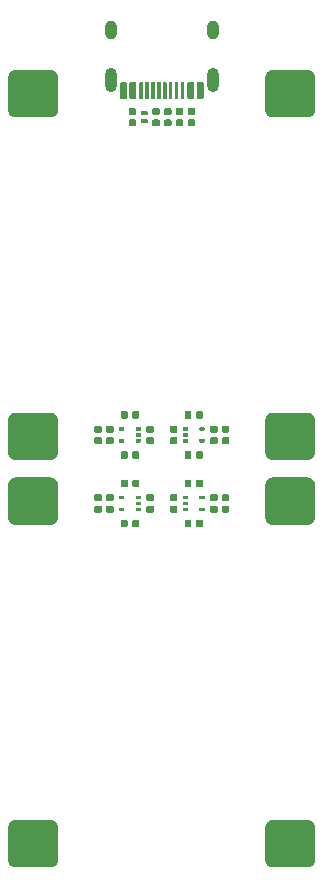
<source format=gbr>
G04 #@! TF.GenerationSoftware,KiCad,Pcbnew,(5.1.5-0-10_14)*
G04 #@! TF.CreationDate,2020-06-19T22:14:24+03:00*
G04 #@! TF.ProjectId,Rev.1,5265762e-312e-46b6-9963-61645f706362,1*
G04 #@! TF.SameCoordinates,PX839b680PY839b680*
G04 #@! TF.FileFunction,Paste,Top*
G04 #@! TF.FilePolarity,Positive*
%FSLAX46Y46*%
G04 Gerber Fmt 4.6, Leading zero omitted, Abs format (unit mm)*
G04 Created by KiCad (PCBNEW (5.1.5-0-10_14)) date 2020-06-19 22:14:24*
%MOMM*%
%LPD*%
G04 APERTURE LIST*
%ADD10C,0.100000*%
%ADD11O,1.000000X2.100000*%
%ADD12O,1.000000X1.600000*%
G04 APERTURE END LIST*
D10*
G36*
X18157351Y31949639D02*
G01*
X18164632Y31948559D01*
X18171771Y31946771D01*
X18178701Y31944291D01*
X18185355Y31941144D01*
X18191668Y31937360D01*
X18197579Y31932976D01*
X18203033Y31928033D01*
X18207976Y31922579D01*
X18212360Y31916668D01*
X18216144Y31910355D01*
X18219291Y31903701D01*
X18221771Y31896771D01*
X18223559Y31889632D01*
X18224639Y31882351D01*
X18225000Y31875000D01*
X18225000Y31725000D01*
X18224639Y31717649D01*
X18223559Y31710368D01*
X18221771Y31703229D01*
X18219291Y31696299D01*
X18216144Y31689645D01*
X18212360Y31683332D01*
X18207976Y31677421D01*
X18203033Y31671967D01*
X18197579Y31667024D01*
X18191668Y31662640D01*
X18185355Y31658856D01*
X18178701Y31655709D01*
X18171771Y31653229D01*
X18164632Y31651441D01*
X18157351Y31650361D01*
X18150000Y31650000D01*
X17850000Y31650000D01*
X17842649Y31650361D01*
X17835368Y31651441D01*
X17828229Y31653229D01*
X17821299Y31655709D01*
X17814645Y31658856D01*
X17808332Y31662640D01*
X17802421Y31667024D01*
X17796967Y31671967D01*
X17792024Y31677421D01*
X17787640Y31683332D01*
X17783856Y31689645D01*
X17780709Y31696299D01*
X17778229Y31703229D01*
X17776441Y31710368D01*
X17775361Y31717649D01*
X17775000Y31725000D01*
X17775000Y31875000D01*
X17775361Y31882351D01*
X17776441Y31889632D01*
X17778229Y31896771D01*
X17780709Y31903701D01*
X17783856Y31910355D01*
X17787640Y31916668D01*
X17792024Y31922579D01*
X17796967Y31928033D01*
X17802421Y31932976D01*
X17808332Y31937360D01*
X17814645Y31941144D01*
X17821299Y31944291D01*
X17828229Y31946771D01*
X17835368Y31948559D01*
X17842649Y31949639D01*
X17850000Y31950000D01*
X18150000Y31950000D01*
X18157351Y31949639D01*
G37*
G36*
X18157351Y32949639D02*
G01*
X18164632Y32948559D01*
X18171771Y32946771D01*
X18178701Y32944291D01*
X18185355Y32941144D01*
X18191668Y32937360D01*
X18197579Y32932976D01*
X18203033Y32928033D01*
X18207976Y32922579D01*
X18212360Y32916668D01*
X18216144Y32910355D01*
X18219291Y32903701D01*
X18221771Y32896771D01*
X18223559Y32889632D01*
X18224639Y32882351D01*
X18225000Y32875000D01*
X18225000Y32725000D01*
X18224639Y32717649D01*
X18223559Y32710368D01*
X18221771Y32703229D01*
X18219291Y32696299D01*
X18216144Y32689645D01*
X18212360Y32683332D01*
X18207976Y32677421D01*
X18203033Y32671967D01*
X18197579Y32667024D01*
X18191668Y32662640D01*
X18185355Y32658856D01*
X18178701Y32655709D01*
X18171771Y32653229D01*
X18164632Y32651441D01*
X18157351Y32650361D01*
X18150000Y32650000D01*
X17850000Y32650000D01*
X17842649Y32650361D01*
X17835368Y32651441D01*
X17828229Y32653229D01*
X17821299Y32655709D01*
X17814645Y32658856D01*
X17808332Y32662640D01*
X17802421Y32667024D01*
X17796967Y32671967D01*
X17792024Y32677421D01*
X17787640Y32683332D01*
X17783856Y32689645D01*
X17780709Y32696299D01*
X17778229Y32703229D01*
X17776441Y32710368D01*
X17775361Y32717649D01*
X17775000Y32725000D01*
X17775000Y32875000D01*
X17775361Y32882351D01*
X17776441Y32889632D01*
X17778229Y32896771D01*
X17780709Y32903701D01*
X17783856Y32910355D01*
X17787640Y32916668D01*
X17792024Y32922579D01*
X17796967Y32928033D01*
X17802421Y32932976D01*
X17808332Y32937360D01*
X17814645Y32941144D01*
X17821299Y32944291D01*
X17828229Y32946771D01*
X17835368Y32948559D01*
X17842649Y32949639D01*
X17850000Y32950000D01*
X18150000Y32950000D01*
X18157351Y32949639D01*
G37*
G36*
X16757351Y31949639D02*
G01*
X16764632Y31948559D01*
X16771771Y31946771D01*
X16778701Y31944291D01*
X16785355Y31941144D01*
X16791668Y31937360D01*
X16797579Y31932976D01*
X16803033Y31928033D01*
X16807976Y31922579D01*
X16812360Y31916668D01*
X16816144Y31910355D01*
X16819291Y31903701D01*
X16821771Y31896771D01*
X16823559Y31889632D01*
X16824639Y31882351D01*
X16825000Y31875000D01*
X16825000Y31725000D01*
X16824639Y31717649D01*
X16823559Y31710368D01*
X16821771Y31703229D01*
X16819291Y31696299D01*
X16816144Y31689645D01*
X16812360Y31683332D01*
X16807976Y31677421D01*
X16803033Y31671967D01*
X16797579Y31667024D01*
X16791668Y31662640D01*
X16785355Y31658856D01*
X16778701Y31655709D01*
X16771771Y31653229D01*
X16764632Y31651441D01*
X16757351Y31650361D01*
X16750000Y31650000D01*
X16450000Y31650000D01*
X16442649Y31650361D01*
X16435368Y31651441D01*
X16428229Y31653229D01*
X16421299Y31655709D01*
X16414645Y31658856D01*
X16408332Y31662640D01*
X16402421Y31667024D01*
X16396967Y31671967D01*
X16392024Y31677421D01*
X16387640Y31683332D01*
X16383856Y31689645D01*
X16380709Y31696299D01*
X16378229Y31703229D01*
X16376441Y31710368D01*
X16375361Y31717649D01*
X16375000Y31725000D01*
X16375000Y31875000D01*
X16375361Y31882351D01*
X16376441Y31889632D01*
X16378229Y31896771D01*
X16380709Y31903701D01*
X16383856Y31910355D01*
X16387640Y31916668D01*
X16392024Y31922579D01*
X16396967Y31928033D01*
X16402421Y31932976D01*
X16408332Y31937360D01*
X16414645Y31941144D01*
X16421299Y31944291D01*
X16428229Y31946771D01*
X16435368Y31948559D01*
X16442649Y31949639D01*
X16450000Y31950000D01*
X16750000Y31950000D01*
X16757351Y31949639D01*
G37*
G36*
X18157351Y32449639D02*
G01*
X18164632Y32448559D01*
X18171771Y32446771D01*
X18178701Y32444291D01*
X18185355Y32441144D01*
X18191668Y32437360D01*
X18197579Y32432976D01*
X18203033Y32428033D01*
X18207976Y32422579D01*
X18212360Y32416668D01*
X18216144Y32410355D01*
X18219291Y32403701D01*
X18221771Y32396771D01*
X18223559Y32389632D01*
X18224639Y32382351D01*
X18225000Y32375000D01*
X18225000Y32225000D01*
X18224639Y32217649D01*
X18223559Y32210368D01*
X18221771Y32203229D01*
X18219291Y32196299D01*
X18216144Y32189645D01*
X18212360Y32183332D01*
X18207976Y32177421D01*
X18203033Y32171967D01*
X18197579Y32167024D01*
X18191668Y32162640D01*
X18185355Y32158856D01*
X18178701Y32155709D01*
X18171771Y32153229D01*
X18164632Y32151441D01*
X18157351Y32150361D01*
X18150000Y32150000D01*
X17850000Y32150000D01*
X17842649Y32150361D01*
X17835368Y32151441D01*
X17828229Y32153229D01*
X17821299Y32155709D01*
X17814645Y32158856D01*
X17808332Y32162640D01*
X17802421Y32167024D01*
X17796967Y32171967D01*
X17792024Y32177421D01*
X17787640Y32183332D01*
X17783856Y32189645D01*
X17780709Y32196299D01*
X17778229Y32203229D01*
X17776441Y32210368D01*
X17775361Y32217649D01*
X17775000Y32225000D01*
X17775000Y32375000D01*
X17775361Y32382351D01*
X17776441Y32389632D01*
X17778229Y32396771D01*
X17780709Y32403701D01*
X17783856Y32410355D01*
X17787640Y32416668D01*
X17792024Y32422579D01*
X17796967Y32428033D01*
X17802421Y32432976D01*
X17808332Y32437360D01*
X17814645Y32441144D01*
X17821299Y32444291D01*
X17828229Y32446771D01*
X17835368Y32448559D01*
X17842649Y32449639D01*
X17850000Y32450000D01*
X18150000Y32450000D01*
X18157351Y32449639D01*
G37*
G36*
X16757351Y32949639D02*
G01*
X16764632Y32948559D01*
X16771771Y32946771D01*
X16778701Y32944291D01*
X16785355Y32941144D01*
X16791668Y32937360D01*
X16797579Y32932976D01*
X16803033Y32928033D01*
X16807976Y32922579D01*
X16812360Y32916668D01*
X16816144Y32910355D01*
X16819291Y32903701D01*
X16821771Y32896771D01*
X16823559Y32889632D01*
X16824639Y32882351D01*
X16825000Y32875000D01*
X16825000Y32725000D01*
X16824639Y32717649D01*
X16823559Y32710368D01*
X16821771Y32703229D01*
X16819291Y32696299D01*
X16816144Y32689645D01*
X16812360Y32683332D01*
X16807976Y32677421D01*
X16803033Y32671967D01*
X16797579Y32667024D01*
X16791668Y32662640D01*
X16785355Y32658856D01*
X16778701Y32655709D01*
X16771771Y32653229D01*
X16764632Y32651441D01*
X16757351Y32650361D01*
X16750000Y32650000D01*
X16450000Y32650000D01*
X16442649Y32650361D01*
X16435368Y32651441D01*
X16428229Y32653229D01*
X16421299Y32655709D01*
X16414645Y32658856D01*
X16408332Y32662640D01*
X16402421Y32667024D01*
X16396967Y32671967D01*
X16392024Y32677421D01*
X16387640Y32683332D01*
X16383856Y32689645D01*
X16380709Y32696299D01*
X16378229Y32703229D01*
X16376441Y32710368D01*
X16375361Y32717649D01*
X16375000Y32725000D01*
X16375000Y32875000D01*
X16375361Y32882351D01*
X16376441Y32889632D01*
X16378229Y32896771D01*
X16380709Y32903701D01*
X16383856Y32910355D01*
X16387640Y32916668D01*
X16392024Y32922579D01*
X16396967Y32928033D01*
X16402421Y32932976D01*
X16408332Y32937360D01*
X16414645Y32941144D01*
X16421299Y32944291D01*
X16428229Y32946771D01*
X16435368Y32948559D01*
X16442649Y32949639D01*
X16450000Y32950000D01*
X16750000Y32950000D01*
X16757351Y32949639D01*
G37*
G36*
X23557351Y31949639D02*
G01*
X23564632Y31948559D01*
X23571771Y31946771D01*
X23578701Y31944291D01*
X23585355Y31941144D01*
X23591668Y31937360D01*
X23597579Y31932976D01*
X23603033Y31928033D01*
X23607976Y31922579D01*
X23612360Y31916668D01*
X23616144Y31910355D01*
X23619291Y31903701D01*
X23621771Y31896771D01*
X23623559Y31889632D01*
X23624639Y31882351D01*
X23625000Y31875000D01*
X23625000Y31725000D01*
X23624639Y31717649D01*
X23623559Y31710368D01*
X23621771Y31703229D01*
X23619291Y31696299D01*
X23616144Y31689645D01*
X23612360Y31683332D01*
X23607976Y31677421D01*
X23603033Y31671967D01*
X23597579Y31667024D01*
X23591668Y31662640D01*
X23585355Y31658856D01*
X23578701Y31655709D01*
X23571771Y31653229D01*
X23564632Y31651441D01*
X23557351Y31650361D01*
X23550000Y31650000D01*
X23250000Y31650000D01*
X23242649Y31650361D01*
X23235368Y31651441D01*
X23228229Y31653229D01*
X23221299Y31655709D01*
X23214645Y31658856D01*
X23208332Y31662640D01*
X23202421Y31667024D01*
X23196967Y31671967D01*
X23192024Y31677421D01*
X23187640Y31683332D01*
X23183856Y31689645D01*
X23180709Y31696299D01*
X23178229Y31703229D01*
X23176441Y31710368D01*
X23175361Y31717649D01*
X23175000Y31725000D01*
X23175000Y31875000D01*
X23175361Y31882351D01*
X23176441Y31889632D01*
X23178229Y31896771D01*
X23180709Y31903701D01*
X23183856Y31910355D01*
X23187640Y31916668D01*
X23192024Y31922579D01*
X23196967Y31928033D01*
X23202421Y31932976D01*
X23208332Y31937360D01*
X23214645Y31941144D01*
X23221299Y31944291D01*
X23228229Y31946771D01*
X23235368Y31948559D01*
X23242649Y31949639D01*
X23250000Y31950000D01*
X23550000Y31950000D01*
X23557351Y31949639D01*
G37*
G36*
X22157351Y32449639D02*
G01*
X22164632Y32448559D01*
X22171771Y32446771D01*
X22178701Y32444291D01*
X22185355Y32441144D01*
X22191668Y32437360D01*
X22197579Y32432976D01*
X22203033Y32428033D01*
X22207976Y32422579D01*
X22212360Y32416668D01*
X22216144Y32410355D01*
X22219291Y32403701D01*
X22221771Y32396771D01*
X22223559Y32389632D01*
X22224639Y32382351D01*
X22225000Y32375000D01*
X22225000Y32225000D01*
X22224639Y32217649D01*
X22223559Y32210368D01*
X22221771Y32203229D01*
X22219291Y32196299D01*
X22216144Y32189645D01*
X22212360Y32183332D01*
X22207976Y32177421D01*
X22203033Y32171967D01*
X22197579Y32167024D01*
X22191668Y32162640D01*
X22185355Y32158856D01*
X22178701Y32155709D01*
X22171771Y32153229D01*
X22164632Y32151441D01*
X22157351Y32150361D01*
X22150000Y32150000D01*
X21850000Y32150000D01*
X21842649Y32150361D01*
X21835368Y32151441D01*
X21828229Y32153229D01*
X21821299Y32155709D01*
X21814645Y32158856D01*
X21808332Y32162640D01*
X21802421Y32167024D01*
X21796967Y32171967D01*
X21792024Y32177421D01*
X21787640Y32183332D01*
X21783856Y32189645D01*
X21780709Y32196299D01*
X21778229Y32203229D01*
X21776441Y32210368D01*
X21775361Y32217649D01*
X21775000Y32225000D01*
X21775000Y32375000D01*
X21775361Y32382351D01*
X21776441Y32389632D01*
X21778229Y32396771D01*
X21780709Y32403701D01*
X21783856Y32410355D01*
X21787640Y32416668D01*
X21792024Y32422579D01*
X21796967Y32428033D01*
X21802421Y32432976D01*
X21808332Y32437360D01*
X21814645Y32441144D01*
X21821299Y32444291D01*
X21828229Y32446771D01*
X21835368Y32448559D01*
X21842649Y32449639D01*
X21850000Y32450000D01*
X22150000Y32450000D01*
X22157351Y32449639D01*
G37*
G36*
X23557351Y32949639D02*
G01*
X23564632Y32948559D01*
X23571771Y32946771D01*
X23578701Y32944291D01*
X23585355Y32941144D01*
X23591668Y32937360D01*
X23597579Y32932976D01*
X23603033Y32928033D01*
X23607976Y32922579D01*
X23612360Y32916668D01*
X23616144Y32910355D01*
X23619291Y32903701D01*
X23621771Y32896771D01*
X23623559Y32889632D01*
X23624639Y32882351D01*
X23625000Y32875000D01*
X23625000Y32725000D01*
X23624639Y32717649D01*
X23623559Y32710368D01*
X23621771Y32703229D01*
X23619291Y32696299D01*
X23616144Y32689645D01*
X23612360Y32683332D01*
X23607976Y32677421D01*
X23603033Y32671967D01*
X23597579Y32667024D01*
X23591668Y32662640D01*
X23585355Y32658856D01*
X23578701Y32655709D01*
X23571771Y32653229D01*
X23564632Y32651441D01*
X23557351Y32650361D01*
X23550000Y32650000D01*
X23250000Y32650000D01*
X23242649Y32650361D01*
X23235368Y32651441D01*
X23228229Y32653229D01*
X23221299Y32655709D01*
X23214645Y32658856D01*
X23208332Y32662640D01*
X23202421Y32667024D01*
X23196967Y32671967D01*
X23192024Y32677421D01*
X23187640Y32683332D01*
X23183856Y32689645D01*
X23180709Y32696299D01*
X23178229Y32703229D01*
X23176441Y32710368D01*
X23175361Y32717649D01*
X23175000Y32725000D01*
X23175000Y32875000D01*
X23175361Y32882351D01*
X23176441Y32889632D01*
X23178229Y32896771D01*
X23180709Y32903701D01*
X23183856Y32910355D01*
X23187640Y32916668D01*
X23192024Y32922579D01*
X23196967Y32928033D01*
X23202421Y32932976D01*
X23208332Y32937360D01*
X23214645Y32941144D01*
X23221299Y32944291D01*
X23228229Y32946771D01*
X23235368Y32948559D01*
X23242649Y32949639D01*
X23250000Y32950000D01*
X23550000Y32950000D01*
X23557351Y32949639D01*
G37*
G36*
X22157351Y31949639D02*
G01*
X22164632Y31948559D01*
X22171771Y31946771D01*
X22178701Y31944291D01*
X22185355Y31941144D01*
X22191668Y31937360D01*
X22197579Y31932976D01*
X22203033Y31928033D01*
X22207976Y31922579D01*
X22212360Y31916668D01*
X22216144Y31910355D01*
X22219291Y31903701D01*
X22221771Y31896771D01*
X22223559Y31889632D01*
X22224639Y31882351D01*
X22225000Y31875000D01*
X22225000Y31725000D01*
X22224639Y31717649D01*
X22223559Y31710368D01*
X22221771Y31703229D01*
X22219291Y31696299D01*
X22216144Y31689645D01*
X22212360Y31683332D01*
X22207976Y31677421D01*
X22203033Y31671967D01*
X22197579Y31667024D01*
X22191668Y31662640D01*
X22185355Y31658856D01*
X22178701Y31655709D01*
X22171771Y31653229D01*
X22164632Y31651441D01*
X22157351Y31650361D01*
X22150000Y31650000D01*
X21850000Y31650000D01*
X21842649Y31650361D01*
X21835368Y31651441D01*
X21828229Y31653229D01*
X21821299Y31655709D01*
X21814645Y31658856D01*
X21808332Y31662640D01*
X21802421Y31667024D01*
X21796967Y31671967D01*
X21792024Y31677421D01*
X21787640Y31683332D01*
X21783856Y31689645D01*
X21780709Y31696299D01*
X21778229Y31703229D01*
X21776441Y31710368D01*
X21775361Y31717649D01*
X21775000Y31725000D01*
X21775000Y31875000D01*
X21775361Y31882351D01*
X21776441Y31889632D01*
X21778229Y31896771D01*
X21780709Y31903701D01*
X21783856Y31910355D01*
X21787640Y31916668D01*
X21792024Y31922579D01*
X21796967Y31928033D01*
X21802421Y31932976D01*
X21808332Y31937360D01*
X21814645Y31941144D01*
X21821299Y31944291D01*
X21828229Y31946771D01*
X21835368Y31948559D01*
X21842649Y31949639D01*
X21850000Y31950000D01*
X22150000Y31950000D01*
X22157351Y31949639D01*
G37*
G36*
X22157351Y32949639D02*
G01*
X22164632Y32948559D01*
X22171771Y32946771D01*
X22178701Y32944291D01*
X22185355Y32941144D01*
X22191668Y32937360D01*
X22197579Y32932976D01*
X22203033Y32928033D01*
X22207976Y32922579D01*
X22212360Y32916668D01*
X22216144Y32910355D01*
X22219291Y32903701D01*
X22221771Y32896771D01*
X22223559Y32889632D01*
X22224639Y32882351D01*
X22225000Y32875000D01*
X22225000Y32725000D01*
X22224639Y32717649D01*
X22223559Y32710368D01*
X22221771Y32703229D01*
X22219291Y32696299D01*
X22216144Y32689645D01*
X22212360Y32683332D01*
X22207976Y32677421D01*
X22203033Y32671967D01*
X22197579Y32667024D01*
X22191668Y32662640D01*
X22185355Y32658856D01*
X22178701Y32655709D01*
X22171771Y32653229D01*
X22164632Y32651441D01*
X22157351Y32650361D01*
X22150000Y32650000D01*
X21850000Y32650000D01*
X21842649Y32650361D01*
X21835368Y32651441D01*
X21828229Y32653229D01*
X21821299Y32655709D01*
X21814645Y32658856D01*
X21808332Y32662640D01*
X21802421Y32667024D01*
X21796967Y32671967D01*
X21792024Y32677421D01*
X21787640Y32683332D01*
X21783856Y32689645D01*
X21780709Y32696299D01*
X21778229Y32703229D01*
X21776441Y32710368D01*
X21775361Y32717649D01*
X21775000Y32725000D01*
X21775000Y32875000D01*
X21775361Y32882351D01*
X21776441Y32889632D01*
X21778229Y32896771D01*
X21780709Y32903701D01*
X21783856Y32910355D01*
X21787640Y32916668D01*
X21792024Y32922579D01*
X21796967Y32928033D01*
X21802421Y32932976D01*
X21808332Y32937360D01*
X21814645Y32941144D01*
X21821299Y32944291D01*
X21828229Y32946771D01*
X21835368Y32948559D01*
X21842649Y32949639D01*
X21850000Y32950000D01*
X22150000Y32950000D01*
X22157351Y32949639D01*
G37*
G36*
X16757351Y38749639D02*
G01*
X16764632Y38748559D01*
X16771771Y38746771D01*
X16778701Y38744291D01*
X16785355Y38741144D01*
X16791668Y38737360D01*
X16797579Y38732976D01*
X16803033Y38728033D01*
X16807976Y38722579D01*
X16812360Y38716668D01*
X16816144Y38710355D01*
X16819291Y38703701D01*
X16821771Y38696771D01*
X16823559Y38689632D01*
X16824639Y38682351D01*
X16825000Y38675000D01*
X16825000Y38525000D01*
X16824639Y38517649D01*
X16823559Y38510368D01*
X16821771Y38503229D01*
X16819291Y38496299D01*
X16816144Y38489645D01*
X16812360Y38483332D01*
X16807976Y38477421D01*
X16803033Y38471967D01*
X16797579Y38467024D01*
X16791668Y38462640D01*
X16785355Y38458856D01*
X16778701Y38455709D01*
X16771771Y38453229D01*
X16764632Y38451441D01*
X16757351Y38450361D01*
X16750000Y38450000D01*
X16450000Y38450000D01*
X16442649Y38450361D01*
X16435368Y38451441D01*
X16428229Y38453229D01*
X16421299Y38455709D01*
X16414645Y38458856D01*
X16408332Y38462640D01*
X16402421Y38467024D01*
X16396967Y38471967D01*
X16392024Y38477421D01*
X16387640Y38483332D01*
X16383856Y38489645D01*
X16380709Y38496299D01*
X16378229Y38503229D01*
X16376441Y38510368D01*
X16375361Y38517649D01*
X16375000Y38525000D01*
X16375000Y38675000D01*
X16375361Y38682351D01*
X16376441Y38689632D01*
X16378229Y38696771D01*
X16380709Y38703701D01*
X16383856Y38710355D01*
X16387640Y38716668D01*
X16392024Y38722579D01*
X16396967Y38728033D01*
X16402421Y38732976D01*
X16408332Y38737360D01*
X16414645Y38741144D01*
X16421299Y38744291D01*
X16428229Y38746771D01*
X16435368Y38748559D01*
X16442649Y38749639D01*
X16450000Y38750000D01*
X16750000Y38750000D01*
X16757351Y38749639D01*
G37*
G36*
X18157351Y38249639D02*
G01*
X18164632Y38248559D01*
X18171771Y38246771D01*
X18178701Y38244291D01*
X18185355Y38241144D01*
X18191668Y38237360D01*
X18197579Y38232976D01*
X18203033Y38228033D01*
X18207976Y38222579D01*
X18212360Y38216668D01*
X18216144Y38210355D01*
X18219291Y38203701D01*
X18221771Y38196771D01*
X18223559Y38189632D01*
X18224639Y38182351D01*
X18225000Y38175000D01*
X18225000Y38025000D01*
X18224639Y38017649D01*
X18223559Y38010368D01*
X18221771Y38003229D01*
X18219291Y37996299D01*
X18216144Y37989645D01*
X18212360Y37983332D01*
X18207976Y37977421D01*
X18203033Y37971967D01*
X18197579Y37967024D01*
X18191668Y37962640D01*
X18185355Y37958856D01*
X18178701Y37955709D01*
X18171771Y37953229D01*
X18164632Y37951441D01*
X18157351Y37950361D01*
X18150000Y37950000D01*
X17850000Y37950000D01*
X17842649Y37950361D01*
X17835368Y37951441D01*
X17828229Y37953229D01*
X17821299Y37955709D01*
X17814645Y37958856D01*
X17808332Y37962640D01*
X17802421Y37967024D01*
X17796967Y37971967D01*
X17792024Y37977421D01*
X17787640Y37983332D01*
X17783856Y37989645D01*
X17780709Y37996299D01*
X17778229Y38003229D01*
X17776441Y38010368D01*
X17775361Y38017649D01*
X17775000Y38025000D01*
X17775000Y38175000D01*
X17775361Y38182351D01*
X17776441Y38189632D01*
X17778229Y38196771D01*
X17780709Y38203701D01*
X17783856Y38210355D01*
X17787640Y38216668D01*
X17792024Y38222579D01*
X17796967Y38228033D01*
X17802421Y38232976D01*
X17808332Y38237360D01*
X17814645Y38241144D01*
X17821299Y38244291D01*
X17828229Y38246771D01*
X17835368Y38248559D01*
X17842649Y38249639D01*
X17850000Y38250000D01*
X18150000Y38250000D01*
X18157351Y38249639D01*
G37*
G36*
X16757351Y37749639D02*
G01*
X16764632Y37748559D01*
X16771771Y37746771D01*
X16778701Y37744291D01*
X16785355Y37741144D01*
X16791668Y37737360D01*
X16797579Y37732976D01*
X16803033Y37728033D01*
X16807976Y37722579D01*
X16812360Y37716668D01*
X16816144Y37710355D01*
X16819291Y37703701D01*
X16821771Y37696771D01*
X16823559Y37689632D01*
X16824639Y37682351D01*
X16825000Y37675000D01*
X16825000Y37525000D01*
X16824639Y37517649D01*
X16823559Y37510368D01*
X16821771Y37503229D01*
X16819291Y37496299D01*
X16816144Y37489645D01*
X16812360Y37483332D01*
X16807976Y37477421D01*
X16803033Y37471967D01*
X16797579Y37467024D01*
X16791668Y37462640D01*
X16785355Y37458856D01*
X16778701Y37455709D01*
X16771771Y37453229D01*
X16764632Y37451441D01*
X16757351Y37450361D01*
X16750000Y37450000D01*
X16450000Y37450000D01*
X16442649Y37450361D01*
X16435368Y37451441D01*
X16428229Y37453229D01*
X16421299Y37455709D01*
X16414645Y37458856D01*
X16408332Y37462640D01*
X16402421Y37467024D01*
X16396967Y37471967D01*
X16392024Y37477421D01*
X16387640Y37483332D01*
X16383856Y37489645D01*
X16380709Y37496299D01*
X16378229Y37503229D01*
X16376441Y37510368D01*
X16375361Y37517649D01*
X16375000Y37525000D01*
X16375000Y37675000D01*
X16375361Y37682351D01*
X16376441Y37689632D01*
X16378229Y37696771D01*
X16380709Y37703701D01*
X16383856Y37710355D01*
X16387640Y37716668D01*
X16392024Y37722579D01*
X16396967Y37728033D01*
X16402421Y37732976D01*
X16408332Y37737360D01*
X16414645Y37741144D01*
X16421299Y37744291D01*
X16428229Y37746771D01*
X16435368Y37748559D01*
X16442649Y37749639D01*
X16450000Y37750000D01*
X16750000Y37750000D01*
X16757351Y37749639D01*
G37*
G36*
X18157351Y38749639D02*
G01*
X18164632Y38748559D01*
X18171771Y38746771D01*
X18178701Y38744291D01*
X18185355Y38741144D01*
X18191668Y38737360D01*
X18197579Y38732976D01*
X18203033Y38728033D01*
X18207976Y38722579D01*
X18212360Y38716668D01*
X18216144Y38710355D01*
X18219291Y38703701D01*
X18221771Y38696771D01*
X18223559Y38689632D01*
X18224639Y38682351D01*
X18225000Y38675000D01*
X18225000Y38525000D01*
X18224639Y38517649D01*
X18223559Y38510368D01*
X18221771Y38503229D01*
X18219291Y38496299D01*
X18216144Y38489645D01*
X18212360Y38483332D01*
X18207976Y38477421D01*
X18203033Y38471967D01*
X18197579Y38467024D01*
X18191668Y38462640D01*
X18185355Y38458856D01*
X18178701Y38455709D01*
X18171771Y38453229D01*
X18164632Y38451441D01*
X18157351Y38450361D01*
X18150000Y38450000D01*
X17850000Y38450000D01*
X17842649Y38450361D01*
X17835368Y38451441D01*
X17828229Y38453229D01*
X17821299Y38455709D01*
X17814645Y38458856D01*
X17808332Y38462640D01*
X17802421Y38467024D01*
X17796967Y38471967D01*
X17792024Y38477421D01*
X17787640Y38483332D01*
X17783856Y38489645D01*
X17780709Y38496299D01*
X17778229Y38503229D01*
X17776441Y38510368D01*
X17775361Y38517649D01*
X17775000Y38525000D01*
X17775000Y38675000D01*
X17775361Y38682351D01*
X17776441Y38689632D01*
X17778229Y38696771D01*
X17780709Y38703701D01*
X17783856Y38710355D01*
X17787640Y38716668D01*
X17792024Y38722579D01*
X17796967Y38728033D01*
X17802421Y38732976D01*
X17808332Y38737360D01*
X17814645Y38741144D01*
X17821299Y38744291D01*
X17828229Y38746771D01*
X17835368Y38748559D01*
X17842649Y38749639D01*
X17850000Y38750000D01*
X18150000Y38750000D01*
X18157351Y38749639D01*
G37*
G36*
X18157351Y37749639D02*
G01*
X18164632Y37748559D01*
X18171771Y37746771D01*
X18178701Y37744291D01*
X18185355Y37741144D01*
X18191668Y37737360D01*
X18197579Y37732976D01*
X18203033Y37728033D01*
X18207976Y37722579D01*
X18212360Y37716668D01*
X18216144Y37710355D01*
X18219291Y37703701D01*
X18221771Y37696771D01*
X18223559Y37689632D01*
X18224639Y37682351D01*
X18225000Y37675000D01*
X18225000Y37525000D01*
X18224639Y37517649D01*
X18223559Y37510368D01*
X18221771Y37503229D01*
X18219291Y37496299D01*
X18216144Y37489645D01*
X18212360Y37483332D01*
X18207976Y37477421D01*
X18203033Y37471967D01*
X18197579Y37467024D01*
X18191668Y37462640D01*
X18185355Y37458856D01*
X18178701Y37455709D01*
X18171771Y37453229D01*
X18164632Y37451441D01*
X18157351Y37450361D01*
X18150000Y37450000D01*
X17850000Y37450000D01*
X17842649Y37450361D01*
X17835368Y37451441D01*
X17828229Y37453229D01*
X17821299Y37455709D01*
X17814645Y37458856D01*
X17808332Y37462640D01*
X17802421Y37467024D01*
X17796967Y37471967D01*
X17792024Y37477421D01*
X17787640Y37483332D01*
X17783856Y37489645D01*
X17780709Y37496299D01*
X17778229Y37503229D01*
X17776441Y37510368D01*
X17775361Y37517649D01*
X17775000Y37525000D01*
X17775000Y37675000D01*
X17775361Y37682351D01*
X17776441Y37689632D01*
X17778229Y37696771D01*
X17780709Y37703701D01*
X17783856Y37710355D01*
X17787640Y37716668D01*
X17792024Y37722579D01*
X17796967Y37728033D01*
X17802421Y37732976D01*
X17808332Y37737360D01*
X17814645Y37741144D01*
X17821299Y37744291D01*
X17828229Y37746771D01*
X17835368Y37748559D01*
X17842649Y37749639D01*
X17850000Y37750000D01*
X18150000Y37750000D01*
X18157351Y37749639D01*
G37*
G36*
X22157351Y38749639D02*
G01*
X22164632Y38748559D01*
X22171771Y38746771D01*
X22178701Y38744291D01*
X22185355Y38741144D01*
X22191668Y38737360D01*
X22197579Y38732976D01*
X22203033Y38728033D01*
X22207976Y38722579D01*
X22212360Y38716668D01*
X22216144Y38710355D01*
X22219291Y38703701D01*
X22221771Y38696771D01*
X22223559Y38689632D01*
X22224639Y38682351D01*
X22225000Y38675000D01*
X22225000Y38525000D01*
X22224639Y38517649D01*
X22223559Y38510368D01*
X22221771Y38503229D01*
X22219291Y38496299D01*
X22216144Y38489645D01*
X22212360Y38483332D01*
X22207976Y38477421D01*
X22203033Y38471967D01*
X22197579Y38467024D01*
X22191668Y38462640D01*
X22185355Y38458856D01*
X22178701Y38455709D01*
X22171771Y38453229D01*
X22164632Y38451441D01*
X22157351Y38450361D01*
X22150000Y38450000D01*
X21850000Y38450000D01*
X21842649Y38450361D01*
X21835368Y38451441D01*
X21828229Y38453229D01*
X21821299Y38455709D01*
X21814645Y38458856D01*
X21808332Y38462640D01*
X21802421Y38467024D01*
X21796967Y38471967D01*
X21792024Y38477421D01*
X21787640Y38483332D01*
X21783856Y38489645D01*
X21780709Y38496299D01*
X21778229Y38503229D01*
X21776441Y38510368D01*
X21775361Y38517649D01*
X21775000Y38525000D01*
X21775000Y38675000D01*
X21775361Y38682351D01*
X21776441Y38689632D01*
X21778229Y38696771D01*
X21780709Y38703701D01*
X21783856Y38710355D01*
X21787640Y38716668D01*
X21792024Y38722579D01*
X21796967Y38728033D01*
X21802421Y38732976D01*
X21808332Y38737360D01*
X21814645Y38741144D01*
X21821299Y38744291D01*
X21828229Y38746771D01*
X21835368Y38748559D01*
X21842649Y38749639D01*
X21850000Y38750000D01*
X22150000Y38750000D01*
X22157351Y38749639D01*
G37*
G36*
X22157351Y37749639D02*
G01*
X22164632Y37748559D01*
X22171771Y37746771D01*
X22178701Y37744291D01*
X22185355Y37741144D01*
X22191668Y37737360D01*
X22197579Y37732976D01*
X22203033Y37728033D01*
X22207976Y37722579D01*
X22212360Y37716668D01*
X22216144Y37710355D01*
X22219291Y37703701D01*
X22221771Y37696771D01*
X22223559Y37689632D01*
X22224639Y37682351D01*
X22225000Y37675000D01*
X22225000Y37525000D01*
X22224639Y37517649D01*
X22223559Y37510368D01*
X22221771Y37503229D01*
X22219291Y37496299D01*
X22216144Y37489645D01*
X22212360Y37483332D01*
X22207976Y37477421D01*
X22203033Y37471967D01*
X22197579Y37467024D01*
X22191668Y37462640D01*
X22185355Y37458856D01*
X22178701Y37455709D01*
X22171771Y37453229D01*
X22164632Y37451441D01*
X22157351Y37450361D01*
X22150000Y37450000D01*
X21850000Y37450000D01*
X21842649Y37450361D01*
X21835368Y37451441D01*
X21828229Y37453229D01*
X21821299Y37455709D01*
X21814645Y37458856D01*
X21808332Y37462640D01*
X21802421Y37467024D01*
X21796967Y37471967D01*
X21792024Y37477421D01*
X21787640Y37483332D01*
X21783856Y37489645D01*
X21780709Y37496299D01*
X21778229Y37503229D01*
X21776441Y37510368D01*
X21775361Y37517649D01*
X21775000Y37525000D01*
X21775000Y37675000D01*
X21775361Y37682351D01*
X21776441Y37689632D01*
X21778229Y37696771D01*
X21780709Y37703701D01*
X21783856Y37710355D01*
X21787640Y37716668D01*
X21792024Y37722579D01*
X21796967Y37728033D01*
X21802421Y37732976D01*
X21808332Y37737360D01*
X21814645Y37741144D01*
X21821299Y37744291D01*
X21828229Y37746771D01*
X21835368Y37748559D01*
X21842649Y37749639D01*
X21850000Y37750000D01*
X22150000Y37750000D01*
X22157351Y37749639D01*
G37*
G36*
X23557351Y38749639D02*
G01*
X23564632Y38748559D01*
X23571771Y38746771D01*
X23578701Y38744291D01*
X23585355Y38741144D01*
X23591668Y38737360D01*
X23597579Y38732976D01*
X23603033Y38728033D01*
X23607976Y38722579D01*
X23612360Y38716668D01*
X23616144Y38710355D01*
X23619291Y38703701D01*
X23621771Y38696771D01*
X23623559Y38689632D01*
X23624639Y38682351D01*
X23625000Y38675000D01*
X23625000Y38525000D01*
X23624639Y38517649D01*
X23623559Y38510368D01*
X23621771Y38503229D01*
X23619291Y38496299D01*
X23616144Y38489645D01*
X23612360Y38483332D01*
X23607976Y38477421D01*
X23603033Y38471967D01*
X23597579Y38467024D01*
X23591668Y38462640D01*
X23585355Y38458856D01*
X23578701Y38455709D01*
X23571771Y38453229D01*
X23564632Y38451441D01*
X23557351Y38450361D01*
X23550000Y38450000D01*
X23250000Y38450000D01*
X23242649Y38450361D01*
X23235368Y38451441D01*
X23228229Y38453229D01*
X23221299Y38455709D01*
X23214645Y38458856D01*
X23208332Y38462640D01*
X23202421Y38467024D01*
X23196967Y38471967D01*
X23192024Y38477421D01*
X23187640Y38483332D01*
X23183856Y38489645D01*
X23180709Y38496299D01*
X23178229Y38503229D01*
X23176441Y38510368D01*
X23175361Y38517649D01*
X23175000Y38525000D01*
X23175000Y38675000D01*
X23175361Y38682351D01*
X23176441Y38689632D01*
X23178229Y38696771D01*
X23180709Y38703701D01*
X23183856Y38710355D01*
X23187640Y38716668D01*
X23192024Y38722579D01*
X23196967Y38728033D01*
X23202421Y38732976D01*
X23208332Y38737360D01*
X23214645Y38741144D01*
X23221299Y38744291D01*
X23228229Y38746771D01*
X23235368Y38748559D01*
X23242649Y38749639D01*
X23250000Y38750000D01*
X23550000Y38750000D01*
X23557351Y38749639D01*
G37*
G36*
X22157351Y38249639D02*
G01*
X22164632Y38248559D01*
X22171771Y38246771D01*
X22178701Y38244291D01*
X22185355Y38241144D01*
X22191668Y38237360D01*
X22197579Y38232976D01*
X22203033Y38228033D01*
X22207976Y38222579D01*
X22212360Y38216668D01*
X22216144Y38210355D01*
X22219291Y38203701D01*
X22221771Y38196771D01*
X22223559Y38189632D01*
X22224639Y38182351D01*
X22225000Y38175000D01*
X22225000Y38025000D01*
X22224639Y38017649D01*
X22223559Y38010368D01*
X22221771Y38003229D01*
X22219291Y37996299D01*
X22216144Y37989645D01*
X22212360Y37983332D01*
X22207976Y37977421D01*
X22203033Y37971967D01*
X22197579Y37967024D01*
X22191668Y37962640D01*
X22185355Y37958856D01*
X22178701Y37955709D01*
X22171771Y37953229D01*
X22164632Y37951441D01*
X22157351Y37950361D01*
X22150000Y37950000D01*
X21850000Y37950000D01*
X21842649Y37950361D01*
X21835368Y37951441D01*
X21828229Y37953229D01*
X21821299Y37955709D01*
X21814645Y37958856D01*
X21808332Y37962640D01*
X21802421Y37967024D01*
X21796967Y37971967D01*
X21792024Y37977421D01*
X21787640Y37983332D01*
X21783856Y37989645D01*
X21780709Y37996299D01*
X21778229Y38003229D01*
X21776441Y38010368D01*
X21775361Y38017649D01*
X21775000Y38025000D01*
X21775000Y38175000D01*
X21775361Y38182351D01*
X21776441Y38189632D01*
X21778229Y38196771D01*
X21780709Y38203701D01*
X21783856Y38210355D01*
X21787640Y38216668D01*
X21792024Y38222579D01*
X21796967Y38228033D01*
X21802421Y38232976D01*
X21808332Y38237360D01*
X21814645Y38241144D01*
X21821299Y38244291D01*
X21828229Y38246771D01*
X21835368Y38248559D01*
X21842649Y38249639D01*
X21850000Y38250000D01*
X22150000Y38250000D01*
X22157351Y38249639D01*
G37*
G36*
X23557351Y37749639D02*
G01*
X23564632Y37748559D01*
X23571771Y37746771D01*
X23578701Y37744291D01*
X23585355Y37741144D01*
X23591668Y37737360D01*
X23597579Y37732976D01*
X23603033Y37728033D01*
X23607976Y37722579D01*
X23612360Y37716668D01*
X23616144Y37710355D01*
X23619291Y37703701D01*
X23621771Y37696771D01*
X23623559Y37689632D01*
X23624639Y37682351D01*
X23625000Y37675000D01*
X23625000Y37525000D01*
X23624639Y37517649D01*
X23623559Y37510368D01*
X23621771Y37503229D01*
X23619291Y37496299D01*
X23616144Y37489645D01*
X23612360Y37483332D01*
X23607976Y37477421D01*
X23603033Y37471967D01*
X23597579Y37467024D01*
X23591668Y37462640D01*
X23585355Y37458856D01*
X23578701Y37455709D01*
X23571771Y37453229D01*
X23564632Y37451441D01*
X23557351Y37450361D01*
X23550000Y37450000D01*
X23250000Y37450000D01*
X23242649Y37450361D01*
X23235368Y37451441D01*
X23228229Y37453229D01*
X23221299Y37455709D01*
X23214645Y37458856D01*
X23208332Y37462640D01*
X23202421Y37467024D01*
X23196967Y37471967D01*
X23192024Y37477421D01*
X23187640Y37483332D01*
X23183856Y37489645D01*
X23180709Y37496299D01*
X23178229Y37503229D01*
X23176441Y37510368D01*
X23175361Y37517649D01*
X23175000Y37525000D01*
X23175000Y37675000D01*
X23175361Y37682351D01*
X23176441Y37689632D01*
X23178229Y37696771D01*
X23180709Y37703701D01*
X23183856Y37710355D01*
X23187640Y37716668D01*
X23192024Y37722579D01*
X23196967Y37728033D01*
X23202421Y37732976D01*
X23208332Y37737360D01*
X23214645Y37741144D01*
X23221299Y37744291D01*
X23228229Y37746771D01*
X23235368Y37748559D01*
X23242649Y37749639D01*
X23250000Y37750000D01*
X23550000Y37750000D01*
X23557351Y37749639D01*
G37*
G36*
X32426971Y5497111D02*
G01*
X32485215Y5488471D01*
X32542332Y5474164D01*
X32597771Y5454328D01*
X32650999Y5429153D01*
X32701503Y5398882D01*
X32748797Y5363806D01*
X32792425Y5324264D01*
X32831967Y5280636D01*
X32867043Y5233342D01*
X32897314Y5182838D01*
X32922489Y5129610D01*
X32942325Y5074171D01*
X32956632Y5017054D01*
X32965272Y4958810D01*
X32968161Y4900000D01*
X32968161Y2100000D01*
X32965272Y2041190D01*
X32956632Y1982946D01*
X32942325Y1925829D01*
X32922489Y1870390D01*
X32897314Y1817162D01*
X32867043Y1766658D01*
X32831967Y1719364D01*
X32792425Y1675736D01*
X32748797Y1636194D01*
X32701503Y1601118D01*
X32650999Y1570847D01*
X32597771Y1545672D01*
X32542332Y1525836D01*
X32485215Y1511529D01*
X32426971Y1502889D01*
X32368161Y1500000D01*
X29368161Y1500000D01*
X29309351Y1502889D01*
X29251107Y1511529D01*
X29193990Y1525836D01*
X29138551Y1545672D01*
X29085323Y1570847D01*
X29034819Y1601118D01*
X28987525Y1636194D01*
X28943897Y1675736D01*
X28904355Y1719364D01*
X28869279Y1766658D01*
X28839008Y1817162D01*
X28813833Y1870390D01*
X28793997Y1925829D01*
X28779690Y1982946D01*
X28771050Y2041190D01*
X28768161Y2100000D01*
X28768161Y4900000D01*
X28771050Y4958810D01*
X28779690Y5017054D01*
X28793997Y5074171D01*
X28813833Y5129610D01*
X28839008Y5182838D01*
X28869279Y5233342D01*
X28904355Y5280636D01*
X28943897Y5324264D01*
X28987525Y5363806D01*
X29034819Y5398882D01*
X29085323Y5429153D01*
X29138551Y5454328D01*
X29193990Y5474164D01*
X29251107Y5488471D01*
X29309351Y5497111D01*
X29368161Y5500000D01*
X32368161Y5500000D01*
X32426971Y5497111D01*
G37*
G36*
X32426971Y34497111D02*
G01*
X32485215Y34488471D01*
X32542332Y34474164D01*
X32597771Y34454328D01*
X32650999Y34429153D01*
X32701503Y34398882D01*
X32748797Y34363806D01*
X32792425Y34324264D01*
X32831967Y34280636D01*
X32867043Y34233342D01*
X32897314Y34182838D01*
X32922489Y34129610D01*
X32942325Y34074171D01*
X32956632Y34017054D01*
X32965272Y33958810D01*
X32968161Y33900000D01*
X32968161Y31100000D01*
X32965272Y31041190D01*
X32956632Y30982946D01*
X32942325Y30925829D01*
X32922489Y30870390D01*
X32897314Y30817162D01*
X32867043Y30766658D01*
X32831967Y30719364D01*
X32792425Y30675736D01*
X32748797Y30636194D01*
X32701503Y30601118D01*
X32650999Y30570847D01*
X32597771Y30545672D01*
X32542332Y30525836D01*
X32485215Y30511529D01*
X32426971Y30502889D01*
X32368161Y30500000D01*
X29368161Y30500000D01*
X29309351Y30502889D01*
X29251107Y30511529D01*
X29193990Y30525836D01*
X29138551Y30545672D01*
X29085323Y30570847D01*
X29034819Y30601118D01*
X28987525Y30636194D01*
X28943897Y30675736D01*
X28904355Y30719364D01*
X28869279Y30766658D01*
X28839008Y30817162D01*
X28813833Y30870390D01*
X28793997Y30925829D01*
X28779690Y30982946D01*
X28771050Y31041190D01*
X28768161Y31100000D01*
X28768161Y33900000D01*
X28771050Y33958810D01*
X28779690Y34017054D01*
X28793997Y34074171D01*
X28813833Y34129610D01*
X28839008Y34182838D01*
X28869279Y34233342D01*
X28904355Y34280636D01*
X28943897Y34324264D01*
X28987525Y34363806D01*
X29034819Y34398882D01*
X29085323Y34429153D01*
X29138551Y34454328D01*
X29193990Y34474164D01*
X29251107Y34488471D01*
X29309351Y34497111D01*
X29368161Y34500000D01*
X32368161Y34500000D01*
X32426971Y34497111D01*
G37*
G36*
X10658810Y39997111D02*
G01*
X10717054Y39988471D01*
X10774171Y39974164D01*
X10829610Y39954328D01*
X10882838Y39929153D01*
X10933342Y39898882D01*
X10980636Y39863806D01*
X11024264Y39824264D01*
X11063806Y39780636D01*
X11098882Y39733342D01*
X11129153Y39682838D01*
X11154328Y39629610D01*
X11174164Y39574171D01*
X11188471Y39517054D01*
X11197111Y39458810D01*
X11200000Y39400000D01*
X11200000Y36600000D01*
X11197111Y36541190D01*
X11188471Y36482946D01*
X11174164Y36425829D01*
X11154328Y36370390D01*
X11129153Y36317162D01*
X11098882Y36266658D01*
X11063806Y36219364D01*
X11024264Y36175736D01*
X10980636Y36136194D01*
X10933342Y36101118D01*
X10882838Y36070847D01*
X10829610Y36045672D01*
X10774171Y36025836D01*
X10717054Y36011529D01*
X10658810Y36002889D01*
X10600000Y36000000D01*
X7600000Y36000000D01*
X7541190Y36002889D01*
X7482946Y36011529D01*
X7425829Y36025836D01*
X7370390Y36045672D01*
X7317162Y36070847D01*
X7266658Y36101118D01*
X7219364Y36136194D01*
X7175736Y36175736D01*
X7136194Y36219364D01*
X7101118Y36266658D01*
X7070847Y36317162D01*
X7045672Y36370390D01*
X7025836Y36425829D01*
X7011529Y36482946D01*
X7002889Y36541190D01*
X7000000Y36600000D01*
X7000000Y39400000D01*
X7002889Y39458810D01*
X7011529Y39517054D01*
X7025836Y39574171D01*
X7045672Y39629610D01*
X7070847Y39682838D01*
X7101118Y39733342D01*
X7136194Y39780636D01*
X7175736Y39824264D01*
X7219364Y39863806D01*
X7266658Y39898882D01*
X7317162Y39929153D01*
X7370390Y39954328D01*
X7425829Y39974164D01*
X7482946Y39988471D01*
X7541190Y39997111D01*
X7600000Y40000000D01*
X10600000Y40000000D01*
X10658810Y39997111D01*
G37*
G36*
X10658810Y68997111D02*
G01*
X10717054Y68988471D01*
X10774171Y68974164D01*
X10829610Y68954328D01*
X10882838Y68929153D01*
X10933342Y68898882D01*
X10980636Y68863806D01*
X11024264Y68824264D01*
X11063806Y68780636D01*
X11098882Y68733342D01*
X11129153Y68682838D01*
X11154328Y68629610D01*
X11174164Y68574171D01*
X11188471Y68517054D01*
X11197111Y68458810D01*
X11200000Y68400000D01*
X11200000Y65600000D01*
X11197111Y65541190D01*
X11188471Y65482946D01*
X11174164Y65425829D01*
X11154328Y65370390D01*
X11129153Y65317162D01*
X11098882Y65266658D01*
X11063806Y65219364D01*
X11024264Y65175736D01*
X10980636Y65136194D01*
X10933342Y65101118D01*
X10882838Y65070847D01*
X10829610Y65045672D01*
X10774171Y65025836D01*
X10717054Y65011529D01*
X10658810Y65002889D01*
X10600000Y65000000D01*
X7600000Y65000000D01*
X7541190Y65002889D01*
X7482946Y65011529D01*
X7425829Y65025836D01*
X7370390Y65045672D01*
X7317162Y65070847D01*
X7266658Y65101118D01*
X7219364Y65136194D01*
X7175736Y65175736D01*
X7136194Y65219364D01*
X7101118Y65266658D01*
X7070847Y65317162D01*
X7045672Y65370390D01*
X7025836Y65425829D01*
X7011529Y65482946D01*
X7002889Y65541190D01*
X7000000Y65600000D01*
X7000000Y68400000D01*
X7002889Y68458810D01*
X7011529Y68517054D01*
X7025836Y68574171D01*
X7045672Y68629610D01*
X7070847Y68682838D01*
X7101118Y68733342D01*
X7136194Y68780636D01*
X7175736Y68824264D01*
X7219364Y68863806D01*
X7266658Y68898882D01*
X7317162Y68929153D01*
X7370390Y68954328D01*
X7425829Y68974164D01*
X7482946Y68988471D01*
X7541190Y68997111D01*
X7600000Y69000000D01*
X10600000Y69000000D01*
X10658810Y68997111D01*
G37*
G36*
X32426971Y68997111D02*
G01*
X32485215Y68988471D01*
X32542332Y68974164D01*
X32597771Y68954328D01*
X32650999Y68929153D01*
X32701503Y68898882D01*
X32748797Y68863806D01*
X32792425Y68824264D01*
X32831967Y68780636D01*
X32867043Y68733342D01*
X32897314Y68682838D01*
X32922489Y68629610D01*
X32942325Y68574171D01*
X32956632Y68517054D01*
X32965272Y68458810D01*
X32968161Y68400000D01*
X32968161Y65600000D01*
X32965272Y65541190D01*
X32956632Y65482946D01*
X32942325Y65425829D01*
X32922489Y65370390D01*
X32897314Y65317162D01*
X32867043Y65266658D01*
X32831967Y65219364D01*
X32792425Y65175736D01*
X32748797Y65136194D01*
X32701503Y65101118D01*
X32650999Y65070847D01*
X32597771Y65045672D01*
X32542332Y65025836D01*
X32485215Y65011529D01*
X32426971Y65002889D01*
X32368161Y65000000D01*
X29368161Y65000000D01*
X29309351Y65002889D01*
X29251107Y65011529D01*
X29193990Y65025836D01*
X29138551Y65045672D01*
X29085323Y65070847D01*
X29034819Y65101118D01*
X28987525Y65136194D01*
X28943897Y65175736D01*
X28904355Y65219364D01*
X28869279Y65266658D01*
X28839008Y65317162D01*
X28813833Y65370390D01*
X28793997Y65425829D01*
X28779690Y65482946D01*
X28771050Y65541190D01*
X28768161Y65600000D01*
X28768161Y68400000D01*
X28771050Y68458810D01*
X28779690Y68517054D01*
X28793997Y68574171D01*
X28813833Y68629610D01*
X28839008Y68682838D01*
X28869279Y68733342D01*
X28904355Y68780636D01*
X28943897Y68824264D01*
X28987525Y68863806D01*
X29034819Y68898882D01*
X29085323Y68929153D01*
X29138551Y68954328D01*
X29193990Y68974164D01*
X29251107Y68988471D01*
X29309351Y68997111D01*
X29368161Y69000000D01*
X32368161Y69000000D01*
X32426971Y68997111D01*
G37*
G36*
X32426971Y39997111D02*
G01*
X32485215Y39988471D01*
X32542332Y39974164D01*
X32597771Y39954328D01*
X32650999Y39929153D01*
X32701503Y39898882D01*
X32748797Y39863806D01*
X32792425Y39824264D01*
X32831967Y39780636D01*
X32867043Y39733342D01*
X32897314Y39682838D01*
X32922489Y39629610D01*
X32942325Y39574171D01*
X32956632Y39517054D01*
X32965272Y39458810D01*
X32968161Y39400000D01*
X32968161Y36600000D01*
X32965272Y36541190D01*
X32956632Y36482946D01*
X32942325Y36425829D01*
X32922489Y36370390D01*
X32897314Y36317162D01*
X32867043Y36266658D01*
X32831967Y36219364D01*
X32792425Y36175736D01*
X32748797Y36136194D01*
X32701503Y36101118D01*
X32650999Y36070847D01*
X32597771Y36045672D01*
X32542332Y36025836D01*
X32485215Y36011529D01*
X32426971Y36002889D01*
X32368161Y36000000D01*
X29368161Y36000000D01*
X29309351Y36002889D01*
X29251107Y36011529D01*
X29193990Y36025836D01*
X29138551Y36045672D01*
X29085323Y36070847D01*
X29034819Y36101118D01*
X28987525Y36136194D01*
X28943897Y36175736D01*
X28904355Y36219364D01*
X28869279Y36266658D01*
X28839008Y36317162D01*
X28813833Y36370390D01*
X28793997Y36425829D01*
X28779690Y36482946D01*
X28771050Y36541190D01*
X28768161Y36600000D01*
X28768161Y39400000D01*
X28771050Y39458810D01*
X28779690Y39517054D01*
X28793997Y39574171D01*
X28813833Y39629610D01*
X28839008Y39682838D01*
X28869279Y39733342D01*
X28904355Y39780636D01*
X28943897Y39824264D01*
X28987525Y39863806D01*
X29034819Y39898882D01*
X29085323Y39929153D01*
X29138551Y39954328D01*
X29193990Y39974164D01*
X29251107Y39988471D01*
X29309351Y39997111D01*
X29368161Y40000000D01*
X32368161Y40000000D01*
X32426971Y39997111D01*
G37*
G36*
X23346958Y40119290D02*
G01*
X23361276Y40117166D01*
X23375317Y40113649D01*
X23388946Y40108772D01*
X23402031Y40102583D01*
X23414447Y40095142D01*
X23426073Y40086519D01*
X23436798Y40076798D01*
X23446519Y40066073D01*
X23455142Y40054447D01*
X23462583Y40042031D01*
X23468772Y40028946D01*
X23473649Y40015317D01*
X23477166Y40001276D01*
X23479290Y39986958D01*
X23480000Y39972500D01*
X23480000Y39627500D01*
X23479290Y39613042D01*
X23477166Y39598724D01*
X23473649Y39584683D01*
X23468772Y39571054D01*
X23462583Y39557969D01*
X23455142Y39545553D01*
X23446519Y39533927D01*
X23436798Y39523202D01*
X23426073Y39513481D01*
X23414447Y39504858D01*
X23402031Y39497417D01*
X23388946Y39491228D01*
X23375317Y39486351D01*
X23361276Y39482834D01*
X23346958Y39480710D01*
X23332500Y39480000D01*
X23037500Y39480000D01*
X23023042Y39480710D01*
X23008724Y39482834D01*
X22994683Y39486351D01*
X22981054Y39491228D01*
X22967969Y39497417D01*
X22955553Y39504858D01*
X22943927Y39513481D01*
X22933202Y39523202D01*
X22923481Y39533927D01*
X22914858Y39545553D01*
X22907417Y39557969D01*
X22901228Y39571054D01*
X22896351Y39584683D01*
X22892834Y39598724D01*
X22890710Y39613042D01*
X22890000Y39627500D01*
X22890000Y39972500D01*
X22890710Y39986958D01*
X22892834Y40001276D01*
X22896351Y40015317D01*
X22901228Y40028946D01*
X22907417Y40042031D01*
X22914858Y40054447D01*
X22923481Y40066073D01*
X22933202Y40076798D01*
X22943927Y40086519D01*
X22955553Y40095142D01*
X22967969Y40102583D01*
X22981054Y40108772D01*
X22994683Y40113649D01*
X23008724Y40117166D01*
X23023042Y40119290D01*
X23037500Y40120000D01*
X23332500Y40120000D01*
X23346958Y40119290D01*
G37*
G36*
X22376958Y40119290D02*
G01*
X22391276Y40117166D01*
X22405317Y40113649D01*
X22418946Y40108772D01*
X22432031Y40102583D01*
X22444447Y40095142D01*
X22456073Y40086519D01*
X22466798Y40076798D01*
X22476519Y40066073D01*
X22485142Y40054447D01*
X22492583Y40042031D01*
X22498772Y40028946D01*
X22503649Y40015317D01*
X22507166Y40001276D01*
X22509290Y39986958D01*
X22510000Y39972500D01*
X22510000Y39627500D01*
X22509290Y39613042D01*
X22507166Y39598724D01*
X22503649Y39584683D01*
X22498772Y39571054D01*
X22492583Y39557969D01*
X22485142Y39545553D01*
X22476519Y39533927D01*
X22466798Y39523202D01*
X22456073Y39513481D01*
X22444447Y39504858D01*
X22432031Y39497417D01*
X22418946Y39491228D01*
X22405317Y39486351D01*
X22391276Y39482834D01*
X22376958Y39480710D01*
X22362500Y39480000D01*
X22067500Y39480000D01*
X22053042Y39480710D01*
X22038724Y39482834D01*
X22024683Y39486351D01*
X22011054Y39491228D01*
X21997969Y39497417D01*
X21985553Y39504858D01*
X21973927Y39513481D01*
X21963202Y39523202D01*
X21953481Y39533927D01*
X21944858Y39545553D01*
X21937417Y39557969D01*
X21931228Y39571054D01*
X21926351Y39584683D01*
X21922834Y39598724D01*
X21920710Y39613042D01*
X21920000Y39627500D01*
X21920000Y39972500D01*
X21920710Y39986958D01*
X21922834Y40001276D01*
X21926351Y40015317D01*
X21931228Y40028946D01*
X21937417Y40042031D01*
X21944858Y40054447D01*
X21953481Y40066073D01*
X21963202Y40076798D01*
X21973927Y40086519D01*
X21985553Y40095142D01*
X21997969Y40102583D01*
X22011054Y40108772D01*
X22024683Y40113649D01*
X22038724Y40117166D01*
X22053042Y40119290D01*
X22067500Y40120000D01*
X22362500Y40120000D01*
X22376958Y40119290D01*
G37*
G36*
X21186958Y37909290D02*
G01*
X21201276Y37907166D01*
X21215317Y37903649D01*
X21228946Y37898772D01*
X21242031Y37892583D01*
X21254447Y37885142D01*
X21266073Y37876519D01*
X21276798Y37866798D01*
X21286519Y37856073D01*
X21295142Y37844447D01*
X21302583Y37832031D01*
X21308772Y37818946D01*
X21313649Y37805317D01*
X21317166Y37791276D01*
X21319290Y37776958D01*
X21320000Y37762500D01*
X21320000Y37467500D01*
X21319290Y37453042D01*
X21317166Y37438724D01*
X21313649Y37424683D01*
X21308772Y37411054D01*
X21302583Y37397969D01*
X21295142Y37385553D01*
X21286519Y37373927D01*
X21276798Y37363202D01*
X21266073Y37353481D01*
X21254447Y37344858D01*
X21242031Y37337417D01*
X21228946Y37331228D01*
X21215317Y37326351D01*
X21201276Y37322834D01*
X21186958Y37320710D01*
X21172500Y37320000D01*
X20827500Y37320000D01*
X20813042Y37320710D01*
X20798724Y37322834D01*
X20784683Y37326351D01*
X20771054Y37331228D01*
X20757969Y37337417D01*
X20745553Y37344858D01*
X20733927Y37353481D01*
X20723202Y37363202D01*
X20713481Y37373927D01*
X20704858Y37385553D01*
X20697417Y37397969D01*
X20691228Y37411054D01*
X20686351Y37424683D01*
X20682834Y37438724D01*
X20680710Y37453042D01*
X20680000Y37467500D01*
X20680000Y37762500D01*
X20680710Y37776958D01*
X20682834Y37791276D01*
X20686351Y37805317D01*
X20691228Y37818946D01*
X20697417Y37832031D01*
X20704858Y37844447D01*
X20713481Y37856073D01*
X20723202Y37866798D01*
X20733927Y37876519D01*
X20745553Y37885142D01*
X20757969Y37892583D01*
X20771054Y37898772D01*
X20784683Y37903649D01*
X20798724Y37907166D01*
X20813042Y37909290D01*
X20827500Y37910000D01*
X21172500Y37910000D01*
X21186958Y37909290D01*
G37*
G36*
X21186958Y38879290D02*
G01*
X21201276Y38877166D01*
X21215317Y38873649D01*
X21228946Y38868772D01*
X21242031Y38862583D01*
X21254447Y38855142D01*
X21266073Y38846519D01*
X21276798Y38836798D01*
X21286519Y38826073D01*
X21295142Y38814447D01*
X21302583Y38802031D01*
X21308772Y38788946D01*
X21313649Y38775317D01*
X21317166Y38761276D01*
X21319290Y38746958D01*
X21320000Y38732500D01*
X21320000Y38437500D01*
X21319290Y38423042D01*
X21317166Y38408724D01*
X21313649Y38394683D01*
X21308772Y38381054D01*
X21302583Y38367969D01*
X21295142Y38355553D01*
X21286519Y38343927D01*
X21276798Y38333202D01*
X21266073Y38323481D01*
X21254447Y38314858D01*
X21242031Y38307417D01*
X21228946Y38301228D01*
X21215317Y38296351D01*
X21201276Y38292834D01*
X21186958Y38290710D01*
X21172500Y38290000D01*
X20827500Y38290000D01*
X20813042Y38290710D01*
X20798724Y38292834D01*
X20784683Y38296351D01*
X20771054Y38301228D01*
X20757969Y38307417D01*
X20745553Y38314858D01*
X20733927Y38323481D01*
X20723202Y38333202D01*
X20713481Y38343927D01*
X20704858Y38355553D01*
X20697417Y38367969D01*
X20691228Y38381054D01*
X20686351Y38394683D01*
X20682834Y38408724D01*
X20680710Y38423042D01*
X20680000Y38437500D01*
X20680000Y38732500D01*
X20680710Y38746958D01*
X20682834Y38761276D01*
X20686351Y38775317D01*
X20691228Y38788946D01*
X20697417Y38802031D01*
X20704858Y38814447D01*
X20713481Y38826073D01*
X20723202Y38836798D01*
X20733927Y38846519D01*
X20745553Y38855142D01*
X20757969Y38862583D01*
X20771054Y38868772D01*
X20784683Y38873649D01*
X20798724Y38877166D01*
X20813042Y38879290D01*
X20827500Y38880000D01*
X21172500Y38880000D01*
X21186958Y38879290D01*
G37*
G36*
X17946958Y30919290D02*
G01*
X17961276Y30917166D01*
X17975317Y30913649D01*
X17988946Y30908772D01*
X18002031Y30902583D01*
X18014447Y30895142D01*
X18026073Y30886519D01*
X18036798Y30876798D01*
X18046519Y30866073D01*
X18055142Y30854447D01*
X18062583Y30842031D01*
X18068772Y30828946D01*
X18073649Y30815317D01*
X18077166Y30801276D01*
X18079290Y30786958D01*
X18080000Y30772500D01*
X18080000Y30427500D01*
X18079290Y30413042D01*
X18077166Y30398724D01*
X18073649Y30384683D01*
X18068772Y30371054D01*
X18062583Y30357969D01*
X18055142Y30345553D01*
X18046519Y30333927D01*
X18036798Y30323202D01*
X18026073Y30313481D01*
X18014447Y30304858D01*
X18002031Y30297417D01*
X17988946Y30291228D01*
X17975317Y30286351D01*
X17961276Y30282834D01*
X17946958Y30280710D01*
X17932500Y30280000D01*
X17637500Y30280000D01*
X17623042Y30280710D01*
X17608724Y30282834D01*
X17594683Y30286351D01*
X17581054Y30291228D01*
X17567969Y30297417D01*
X17555553Y30304858D01*
X17543927Y30313481D01*
X17533202Y30323202D01*
X17523481Y30333927D01*
X17514858Y30345553D01*
X17507417Y30357969D01*
X17501228Y30371054D01*
X17496351Y30384683D01*
X17492834Y30398724D01*
X17490710Y30413042D01*
X17490000Y30427500D01*
X17490000Y30772500D01*
X17490710Y30786958D01*
X17492834Y30801276D01*
X17496351Y30815317D01*
X17501228Y30828946D01*
X17507417Y30842031D01*
X17514858Y30854447D01*
X17523481Y30866073D01*
X17533202Y30876798D01*
X17543927Y30886519D01*
X17555553Y30895142D01*
X17567969Y30902583D01*
X17581054Y30908772D01*
X17594683Y30913649D01*
X17608724Y30917166D01*
X17623042Y30919290D01*
X17637500Y30920000D01*
X17932500Y30920000D01*
X17946958Y30919290D01*
G37*
G36*
X16976958Y30919290D02*
G01*
X16991276Y30917166D01*
X17005317Y30913649D01*
X17018946Y30908772D01*
X17032031Y30902583D01*
X17044447Y30895142D01*
X17056073Y30886519D01*
X17066798Y30876798D01*
X17076519Y30866073D01*
X17085142Y30854447D01*
X17092583Y30842031D01*
X17098772Y30828946D01*
X17103649Y30815317D01*
X17107166Y30801276D01*
X17109290Y30786958D01*
X17110000Y30772500D01*
X17110000Y30427500D01*
X17109290Y30413042D01*
X17107166Y30398724D01*
X17103649Y30384683D01*
X17098772Y30371054D01*
X17092583Y30357969D01*
X17085142Y30345553D01*
X17076519Y30333927D01*
X17066798Y30323202D01*
X17056073Y30313481D01*
X17044447Y30304858D01*
X17032031Y30297417D01*
X17018946Y30291228D01*
X17005317Y30286351D01*
X16991276Y30282834D01*
X16976958Y30280710D01*
X16962500Y30280000D01*
X16667500Y30280000D01*
X16653042Y30280710D01*
X16638724Y30282834D01*
X16624683Y30286351D01*
X16611054Y30291228D01*
X16597969Y30297417D01*
X16585553Y30304858D01*
X16573927Y30313481D01*
X16563202Y30323202D01*
X16553481Y30333927D01*
X16544858Y30345553D01*
X16537417Y30357969D01*
X16531228Y30371054D01*
X16526351Y30384683D01*
X16522834Y30398724D01*
X16520710Y30413042D01*
X16520000Y30427500D01*
X16520000Y30772500D01*
X16520710Y30786958D01*
X16522834Y30801276D01*
X16526351Y30815317D01*
X16531228Y30828946D01*
X16537417Y30842031D01*
X16544858Y30854447D01*
X16553481Y30866073D01*
X16563202Y30876798D01*
X16573927Y30886519D01*
X16585553Y30895142D01*
X16597969Y30902583D01*
X16611054Y30908772D01*
X16624683Y30913649D01*
X16638724Y30917166D01*
X16653042Y30919290D01*
X16667500Y30920000D01*
X16962500Y30920000D01*
X16976958Y30919290D01*
G37*
G36*
X19186958Y32109290D02*
G01*
X19201276Y32107166D01*
X19215317Y32103649D01*
X19228946Y32098772D01*
X19242031Y32092583D01*
X19254447Y32085142D01*
X19266073Y32076519D01*
X19276798Y32066798D01*
X19286519Y32056073D01*
X19295142Y32044447D01*
X19302583Y32032031D01*
X19308772Y32018946D01*
X19313649Y32005317D01*
X19317166Y31991276D01*
X19319290Y31976958D01*
X19320000Y31962500D01*
X19320000Y31667500D01*
X19319290Y31653042D01*
X19317166Y31638724D01*
X19313649Y31624683D01*
X19308772Y31611054D01*
X19302583Y31597969D01*
X19295142Y31585553D01*
X19286519Y31573927D01*
X19276798Y31563202D01*
X19266073Y31553481D01*
X19254447Y31544858D01*
X19242031Y31537417D01*
X19228946Y31531228D01*
X19215317Y31526351D01*
X19201276Y31522834D01*
X19186958Y31520710D01*
X19172500Y31520000D01*
X18827500Y31520000D01*
X18813042Y31520710D01*
X18798724Y31522834D01*
X18784683Y31526351D01*
X18771054Y31531228D01*
X18757969Y31537417D01*
X18745553Y31544858D01*
X18733927Y31553481D01*
X18723202Y31563202D01*
X18713481Y31573927D01*
X18704858Y31585553D01*
X18697417Y31597969D01*
X18691228Y31611054D01*
X18686351Y31624683D01*
X18682834Y31638724D01*
X18680710Y31653042D01*
X18680000Y31667500D01*
X18680000Y31962500D01*
X18680710Y31976958D01*
X18682834Y31991276D01*
X18686351Y32005317D01*
X18691228Y32018946D01*
X18697417Y32032031D01*
X18704858Y32044447D01*
X18713481Y32056073D01*
X18723202Y32066798D01*
X18733927Y32076519D01*
X18745553Y32085142D01*
X18757969Y32092583D01*
X18771054Y32098772D01*
X18784683Y32103649D01*
X18798724Y32107166D01*
X18813042Y32109290D01*
X18827500Y32110000D01*
X19172500Y32110000D01*
X19186958Y32109290D01*
G37*
G36*
X19186958Y33079290D02*
G01*
X19201276Y33077166D01*
X19215317Y33073649D01*
X19228946Y33068772D01*
X19242031Y33062583D01*
X19254447Y33055142D01*
X19266073Y33046519D01*
X19276798Y33036798D01*
X19286519Y33026073D01*
X19295142Y33014447D01*
X19302583Y33002031D01*
X19308772Y32988946D01*
X19313649Y32975317D01*
X19317166Y32961276D01*
X19319290Y32946958D01*
X19320000Y32932500D01*
X19320000Y32637500D01*
X19319290Y32623042D01*
X19317166Y32608724D01*
X19313649Y32594683D01*
X19308772Y32581054D01*
X19302583Y32567969D01*
X19295142Y32555553D01*
X19286519Y32543927D01*
X19276798Y32533202D01*
X19266073Y32523481D01*
X19254447Y32514858D01*
X19242031Y32507417D01*
X19228946Y32501228D01*
X19215317Y32496351D01*
X19201276Y32492834D01*
X19186958Y32490710D01*
X19172500Y32490000D01*
X18827500Y32490000D01*
X18813042Y32490710D01*
X18798724Y32492834D01*
X18784683Y32496351D01*
X18771054Y32501228D01*
X18757969Y32507417D01*
X18745553Y32514858D01*
X18733927Y32523481D01*
X18723202Y32533202D01*
X18713481Y32543927D01*
X18704858Y32555553D01*
X18697417Y32567969D01*
X18691228Y32581054D01*
X18686351Y32594683D01*
X18682834Y32608724D01*
X18680710Y32623042D01*
X18680000Y32637500D01*
X18680000Y32932500D01*
X18680710Y32946958D01*
X18682834Y32961276D01*
X18686351Y32975317D01*
X18691228Y32988946D01*
X18697417Y33002031D01*
X18704858Y33014447D01*
X18713481Y33026073D01*
X18723202Y33036798D01*
X18733927Y33046519D01*
X18745553Y33055142D01*
X18757969Y33062583D01*
X18771054Y33068772D01*
X18784683Y33073649D01*
X18798724Y33077166D01*
X18813042Y33079290D01*
X18827500Y33080000D01*
X19172500Y33080000D01*
X19186958Y33079290D01*
G37*
G36*
X22376958Y34319290D02*
G01*
X22391276Y34317166D01*
X22405317Y34313649D01*
X22418946Y34308772D01*
X22432031Y34302583D01*
X22444447Y34295142D01*
X22456073Y34286519D01*
X22466798Y34276798D01*
X22476519Y34266073D01*
X22485142Y34254447D01*
X22492583Y34242031D01*
X22498772Y34228946D01*
X22503649Y34215317D01*
X22507166Y34201276D01*
X22509290Y34186958D01*
X22510000Y34172500D01*
X22510000Y33827500D01*
X22509290Y33813042D01*
X22507166Y33798724D01*
X22503649Y33784683D01*
X22498772Y33771054D01*
X22492583Y33757969D01*
X22485142Y33745553D01*
X22476519Y33733927D01*
X22466798Y33723202D01*
X22456073Y33713481D01*
X22444447Y33704858D01*
X22432031Y33697417D01*
X22418946Y33691228D01*
X22405317Y33686351D01*
X22391276Y33682834D01*
X22376958Y33680710D01*
X22362500Y33680000D01*
X22067500Y33680000D01*
X22053042Y33680710D01*
X22038724Y33682834D01*
X22024683Y33686351D01*
X22011054Y33691228D01*
X21997969Y33697417D01*
X21985553Y33704858D01*
X21973927Y33713481D01*
X21963202Y33723202D01*
X21953481Y33733927D01*
X21944858Y33745553D01*
X21937417Y33757969D01*
X21931228Y33771054D01*
X21926351Y33784683D01*
X21922834Y33798724D01*
X21920710Y33813042D01*
X21920000Y33827500D01*
X21920000Y34172500D01*
X21920710Y34186958D01*
X21922834Y34201276D01*
X21926351Y34215317D01*
X21931228Y34228946D01*
X21937417Y34242031D01*
X21944858Y34254447D01*
X21953481Y34266073D01*
X21963202Y34276798D01*
X21973927Y34286519D01*
X21985553Y34295142D01*
X21997969Y34302583D01*
X22011054Y34308772D01*
X22024683Y34313649D01*
X22038724Y34317166D01*
X22053042Y34319290D01*
X22067500Y34320000D01*
X22362500Y34320000D01*
X22376958Y34319290D01*
G37*
G36*
X23346958Y34319290D02*
G01*
X23361276Y34317166D01*
X23375317Y34313649D01*
X23388946Y34308772D01*
X23402031Y34302583D01*
X23414447Y34295142D01*
X23426073Y34286519D01*
X23436798Y34276798D01*
X23446519Y34266073D01*
X23455142Y34254447D01*
X23462583Y34242031D01*
X23468772Y34228946D01*
X23473649Y34215317D01*
X23477166Y34201276D01*
X23479290Y34186958D01*
X23480000Y34172500D01*
X23480000Y33827500D01*
X23479290Y33813042D01*
X23477166Y33798724D01*
X23473649Y33784683D01*
X23468772Y33771054D01*
X23462583Y33757969D01*
X23455142Y33745553D01*
X23446519Y33733927D01*
X23436798Y33723202D01*
X23426073Y33713481D01*
X23414447Y33704858D01*
X23402031Y33697417D01*
X23388946Y33691228D01*
X23375317Y33686351D01*
X23361276Y33682834D01*
X23346958Y33680710D01*
X23332500Y33680000D01*
X23037500Y33680000D01*
X23023042Y33680710D01*
X23008724Y33682834D01*
X22994683Y33686351D01*
X22981054Y33691228D01*
X22967969Y33697417D01*
X22955553Y33704858D01*
X22943927Y33713481D01*
X22933202Y33723202D01*
X22923481Y33733927D01*
X22914858Y33745553D01*
X22907417Y33757969D01*
X22901228Y33771054D01*
X22896351Y33784683D01*
X22892834Y33798724D01*
X22890710Y33813042D01*
X22890000Y33827500D01*
X22890000Y34172500D01*
X22890710Y34186958D01*
X22892834Y34201276D01*
X22896351Y34215317D01*
X22901228Y34228946D01*
X22907417Y34242031D01*
X22914858Y34254447D01*
X22923481Y34266073D01*
X22933202Y34276798D01*
X22943927Y34286519D01*
X22955553Y34295142D01*
X22967969Y34302583D01*
X22981054Y34308772D01*
X22994683Y34313649D01*
X23008724Y34317166D01*
X23023042Y34319290D01*
X23037500Y34320000D01*
X23332500Y34320000D01*
X23346958Y34319290D01*
G37*
G36*
X21186958Y33079290D02*
G01*
X21201276Y33077166D01*
X21215317Y33073649D01*
X21228946Y33068772D01*
X21242031Y33062583D01*
X21254447Y33055142D01*
X21266073Y33046519D01*
X21276798Y33036798D01*
X21286519Y33026073D01*
X21295142Y33014447D01*
X21302583Y33002031D01*
X21308772Y32988946D01*
X21313649Y32975317D01*
X21317166Y32961276D01*
X21319290Y32946958D01*
X21320000Y32932500D01*
X21320000Y32637500D01*
X21319290Y32623042D01*
X21317166Y32608724D01*
X21313649Y32594683D01*
X21308772Y32581054D01*
X21302583Y32567969D01*
X21295142Y32555553D01*
X21286519Y32543927D01*
X21276798Y32533202D01*
X21266073Y32523481D01*
X21254447Y32514858D01*
X21242031Y32507417D01*
X21228946Y32501228D01*
X21215317Y32496351D01*
X21201276Y32492834D01*
X21186958Y32490710D01*
X21172500Y32490000D01*
X20827500Y32490000D01*
X20813042Y32490710D01*
X20798724Y32492834D01*
X20784683Y32496351D01*
X20771054Y32501228D01*
X20757969Y32507417D01*
X20745553Y32514858D01*
X20733927Y32523481D01*
X20723202Y32533202D01*
X20713481Y32543927D01*
X20704858Y32555553D01*
X20697417Y32567969D01*
X20691228Y32581054D01*
X20686351Y32594683D01*
X20682834Y32608724D01*
X20680710Y32623042D01*
X20680000Y32637500D01*
X20680000Y32932500D01*
X20680710Y32946958D01*
X20682834Y32961276D01*
X20686351Y32975317D01*
X20691228Y32988946D01*
X20697417Y33002031D01*
X20704858Y33014447D01*
X20713481Y33026073D01*
X20723202Y33036798D01*
X20733927Y33046519D01*
X20745553Y33055142D01*
X20757969Y33062583D01*
X20771054Y33068772D01*
X20784683Y33073649D01*
X20798724Y33077166D01*
X20813042Y33079290D01*
X20827500Y33080000D01*
X21172500Y33080000D01*
X21186958Y33079290D01*
G37*
G36*
X21186958Y32109290D02*
G01*
X21201276Y32107166D01*
X21215317Y32103649D01*
X21228946Y32098772D01*
X21242031Y32092583D01*
X21254447Y32085142D01*
X21266073Y32076519D01*
X21276798Y32066798D01*
X21286519Y32056073D01*
X21295142Y32044447D01*
X21302583Y32032031D01*
X21308772Y32018946D01*
X21313649Y32005317D01*
X21317166Y31991276D01*
X21319290Y31976958D01*
X21320000Y31962500D01*
X21320000Y31667500D01*
X21319290Y31653042D01*
X21317166Y31638724D01*
X21313649Y31624683D01*
X21308772Y31611054D01*
X21302583Y31597969D01*
X21295142Y31585553D01*
X21286519Y31573927D01*
X21276798Y31563202D01*
X21266073Y31553481D01*
X21254447Y31544858D01*
X21242031Y31537417D01*
X21228946Y31531228D01*
X21215317Y31526351D01*
X21201276Y31522834D01*
X21186958Y31520710D01*
X21172500Y31520000D01*
X20827500Y31520000D01*
X20813042Y31520710D01*
X20798724Y31522834D01*
X20784683Y31526351D01*
X20771054Y31531228D01*
X20757969Y31537417D01*
X20745553Y31544858D01*
X20733927Y31553481D01*
X20723202Y31563202D01*
X20713481Y31573927D01*
X20704858Y31585553D01*
X20697417Y31597969D01*
X20691228Y31611054D01*
X20686351Y31624683D01*
X20682834Y31638724D01*
X20680710Y31653042D01*
X20680000Y31667500D01*
X20680000Y31962500D01*
X20680710Y31976958D01*
X20682834Y31991276D01*
X20686351Y32005317D01*
X20691228Y32018946D01*
X20697417Y32032031D01*
X20704858Y32044447D01*
X20713481Y32056073D01*
X20723202Y32066798D01*
X20733927Y32076519D01*
X20745553Y32085142D01*
X20757969Y32092583D01*
X20771054Y32098772D01*
X20784683Y32103649D01*
X20798724Y32107166D01*
X20813042Y32109290D01*
X20827500Y32110000D01*
X21172500Y32110000D01*
X21186958Y32109290D01*
G37*
G36*
X16914703Y67979278D02*
G01*
X16929264Y67977118D01*
X16943543Y67973541D01*
X16957403Y67968582D01*
X16970710Y67962288D01*
X16983336Y67954720D01*
X16995159Y67945952D01*
X17006066Y67936066D01*
X17015952Y67925159D01*
X17024720Y67913336D01*
X17032288Y67900710D01*
X17038582Y67887403D01*
X17043541Y67873543D01*
X17047118Y67859264D01*
X17049278Y67844703D01*
X17050000Y67830000D01*
X17050000Y66680000D01*
X17049278Y66665297D01*
X17047118Y66650736D01*
X17043541Y66636457D01*
X17038582Y66622597D01*
X17032288Y66609290D01*
X17024720Y66596664D01*
X17015952Y66584841D01*
X17006066Y66573934D01*
X16995159Y66564048D01*
X16983336Y66555280D01*
X16970710Y66547712D01*
X16957403Y66541418D01*
X16943543Y66536459D01*
X16929264Y66532882D01*
X16914703Y66530722D01*
X16900000Y66530000D01*
X16600000Y66530000D01*
X16585297Y66530722D01*
X16570736Y66532882D01*
X16556457Y66536459D01*
X16542597Y66541418D01*
X16529290Y66547712D01*
X16516664Y66555280D01*
X16504841Y66564048D01*
X16493934Y66573934D01*
X16484048Y66584841D01*
X16475280Y66596664D01*
X16467712Y66609290D01*
X16461418Y66622597D01*
X16456459Y66636457D01*
X16452882Y66650736D01*
X16450722Y66665297D01*
X16450000Y66680000D01*
X16450000Y67830000D01*
X16450722Y67844703D01*
X16452882Y67859264D01*
X16456459Y67873543D01*
X16461418Y67887403D01*
X16467712Y67900710D01*
X16475280Y67913336D01*
X16484048Y67925159D01*
X16493934Y67936066D01*
X16504841Y67945952D01*
X16516664Y67954720D01*
X16529290Y67962288D01*
X16542597Y67968582D01*
X16556457Y67973541D01*
X16570736Y67977118D01*
X16585297Y67979278D01*
X16600000Y67980000D01*
X16900000Y67980000D01*
X16914703Y67979278D01*
G37*
G36*
X23414703Y67979278D02*
G01*
X23429264Y67977118D01*
X23443543Y67973541D01*
X23457403Y67968582D01*
X23470710Y67962288D01*
X23483336Y67954720D01*
X23495159Y67945952D01*
X23506066Y67936066D01*
X23515952Y67925159D01*
X23524720Y67913336D01*
X23532288Y67900710D01*
X23538582Y67887403D01*
X23543541Y67873543D01*
X23547118Y67859264D01*
X23549278Y67844703D01*
X23550000Y67830000D01*
X23550000Y66680000D01*
X23549278Y66665297D01*
X23547118Y66650736D01*
X23543541Y66636457D01*
X23538582Y66622597D01*
X23532288Y66609290D01*
X23524720Y66596664D01*
X23515952Y66584841D01*
X23506066Y66573934D01*
X23495159Y66564048D01*
X23483336Y66555280D01*
X23470710Y66547712D01*
X23457403Y66541418D01*
X23443543Y66536459D01*
X23429264Y66532882D01*
X23414703Y66530722D01*
X23400000Y66530000D01*
X23100000Y66530000D01*
X23085297Y66530722D01*
X23070736Y66532882D01*
X23056457Y66536459D01*
X23042597Y66541418D01*
X23029290Y66547712D01*
X23016664Y66555280D01*
X23004841Y66564048D01*
X22993934Y66573934D01*
X22984048Y66584841D01*
X22975280Y66596664D01*
X22967712Y66609290D01*
X22961418Y66622597D01*
X22956459Y66636457D01*
X22952882Y66650736D01*
X22950722Y66665297D01*
X22950000Y66680000D01*
X22950000Y67830000D01*
X22950722Y67844703D01*
X22952882Y67859264D01*
X22956459Y67873543D01*
X22961418Y67887403D01*
X22967712Y67900710D01*
X22975280Y67913336D01*
X22984048Y67925159D01*
X22993934Y67936066D01*
X23004841Y67945952D01*
X23016664Y67954720D01*
X23029290Y67962288D01*
X23042597Y67968582D01*
X23056457Y67973541D01*
X23070736Y67977118D01*
X23085297Y67979278D01*
X23100000Y67980000D01*
X23400000Y67980000D01*
X23414703Y67979278D01*
G37*
G36*
X22614703Y67979278D02*
G01*
X22629264Y67977118D01*
X22643543Y67973541D01*
X22657403Y67968582D01*
X22670710Y67962288D01*
X22683336Y67954720D01*
X22695159Y67945952D01*
X22706066Y67936066D01*
X22715952Y67925159D01*
X22724720Y67913336D01*
X22732288Y67900710D01*
X22738582Y67887403D01*
X22743541Y67873543D01*
X22747118Y67859264D01*
X22749278Y67844703D01*
X22750000Y67830000D01*
X22750000Y66680000D01*
X22749278Y66665297D01*
X22747118Y66650736D01*
X22743541Y66636457D01*
X22738582Y66622597D01*
X22732288Y66609290D01*
X22724720Y66596664D01*
X22715952Y66584841D01*
X22706066Y66573934D01*
X22695159Y66564048D01*
X22683336Y66555280D01*
X22670710Y66547712D01*
X22657403Y66541418D01*
X22643543Y66536459D01*
X22629264Y66532882D01*
X22614703Y66530722D01*
X22600000Y66530000D01*
X22300000Y66530000D01*
X22285297Y66530722D01*
X22270736Y66532882D01*
X22256457Y66536459D01*
X22242597Y66541418D01*
X22229290Y66547712D01*
X22216664Y66555280D01*
X22204841Y66564048D01*
X22193934Y66573934D01*
X22184048Y66584841D01*
X22175280Y66596664D01*
X22167712Y66609290D01*
X22161418Y66622597D01*
X22156459Y66636457D01*
X22152882Y66650736D01*
X22150722Y66665297D01*
X22150000Y66680000D01*
X22150000Y67830000D01*
X22150722Y67844703D01*
X22152882Y67859264D01*
X22156459Y67873543D01*
X22161418Y67887403D01*
X22167712Y67900710D01*
X22175280Y67913336D01*
X22184048Y67925159D01*
X22193934Y67936066D01*
X22204841Y67945952D01*
X22216664Y67954720D01*
X22229290Y67962288D01*
X22242597Y67968582D01*
X22256457Y67973541D01*
X22270736Y67977118D01*
X22285297Y67979278D01*
X22300000Y67980000D01*
X22600000Y67980000D01*
X22614703Y67979278D01*
G37*
G36*
X17714703Y67979278D02*
G01*
X17729264Y67977118D01*
X17743543Y67973541D01*
X17757403Y67968582D01*
X17770710Y67962288D01*
X17783336Y67954720D01*
X17795159Y67945952D01*
X17806066Y67936066D01*
X17815952Y67925159D01*
X17824720Y67913336D01*
X17832288Y67900710D01*
X17838582Y67887403D01*
X17843541Y67873543D01*
X17847118Y67859264D01*
X17849278Y67844703D01*
X17850000Y67830000D01*
X17850000Y66680000D01*
X17849278Y66665297D01*
X17847118Y66650736D01*
X17843541Y66636457D01*
X17838582Y66622597D01*
X17832288Y66609290D01*
X17824720Y66596664D01*
X17815952Y66584841D01*
X17806066Y66573934D01*
X17795159Y66564048D01*
X17783336Y66555280D01*
X17770710Y66547712D01*
X17757403Y66541418D01*
X17743543Y66536459D01*
X17729264Y66532882D01*
X17714703Y66530722D01*
X17700000Y66530000D01*
X17400000Y66530000D01*
X17385297Y66530722D01*
X17370736Y66532882D01*
X17356457Y66536459D01*
X17342597Y66541418D01*
X17329290Y66547712D01*
X17316664Y66555280D01*
X17304841Y66564048D01*
X17293934Y66573934D01*
X17284048Y66584841D01*
X17275280Y66596664D01*
X17267712Y66609290D01*
X17261418Y66622597D01*
X17256459Y66636457D01*
X17252882Y66650736D01*
X17250722Y66665297D01*
X17250000Y66680000D01*
X17250000Y67830000D01*
X17250722Y67844703D01*
X17252882Y67859264D01*
X17256459Y67873543D01*
X17261418Y67887403D01*
X17267712Y67900710D01*
X17275280Y67913336D01*
X17284048Y67925159D01*
X17293934Y67936066D01*
X17304841Y67945952D01*
X17316664Y67954720D01*
X17329290Y67962288D01*
X17342597Y67968582D01*
X17356457Y67973541D01*
X17370736Y67977118D01*
X17385297Y67979278D01*
X17400000Y67980000D01*
X17700000Y67980000D01*
X17714703Y67979278D01*
G37*
G36*
X21832351Y67979639D02*
G01*
X21839632Y67978559D01*
X21846771Y67976771D01*
X21853701Y67974291D01*
X21860355Y67971144D01*
X21866668Y67967360D01*
X21872579Y67962976D01*
X21878033Y67958033D01*
X21882976Y67952579D01*
X21887360Y67946668D01*
X21891144Y67940355D01*
X21894291Y67933701D01*
X21896771Y67926771D01*
X21898559Y67919632D01*
X21899639Y67912351D01*
X21900000Y67905000D01*
X21900000Y66605000D01*
X21899639Y66597649D01*
X21898559Y66590368D01*
X21896771Y66583229D01*
X21894291Y66576299D01*
X21891144Y66569645D01*
X21887360Y66563332D01*
X21882976Y66557421D01*
X21878033Y66551967D01*
X21872579Y66547024D01*
X21866668Y66542640D01*
X21860355Y66538856D01*
X21853701Y66535709D01*
X21846771Y66533229D01*
X21839632Y66531441D01*
X21832351Y66530361D01*
X21825000Y66530000D01*
X21675000Y66530000D01*
X21667649Y66530361D01*
X21660368Y66531441D01*
X21653229Y66533229D01*
X21646299Y66535709D01*
X21639645Y66538856D01*
X21633332Y66542640D01*
X21627421Y66547024D01*
X21621967Y66551967D01*
X21617024Y66557421D01*
X21612640Y66563332D01*
X21608856Y66569645D01*
X21605709Y66576299D01*
X21603229Y66583229D01*
X21601441Y66590368D01*
X21600361Y66597649D01*
X21600000Y66605000D01*
X21600000Y67905000D01*
X21600361Y67912351D01*
X21601441Y67919632D01*
X21603229Y67926771D01*
X21605709Y67933701D01*
X21608856Y67940355D01*
X21612640Y67946668D01*
X21617024Y67952579D01*
X21621967Y67958033D01*
X21627421Y67962976D01*
X21633332Y67967360D01*
X21639645Y67971144D01*
X21646299Y67974291D01*
X21653229Y67976771D01*
X21660368Y67978559D01*
X21667649Y67979639D01*
X21675000Y67980000D01*
X21825000Y67980000D01*
X21832351Y67979639D01*
G37*
G36*
X21332351Y67979639D02*
G01*
X21339632Y67978559D01*
X21346771Y67976771D01*
X21353701Y67974291D01*
X21360355Y67971144D01*
X21366668Y67967360D01*
X21372579Y67962976D01*
X21378033Y67958033D01*
X21382976Y67952579D01*
X21387360Y67946668D01*
X21391144Y67940355D01*
X21394291Y67933701D01*
X21396771Y67926771D01*
X21398559Y67919632D01*
X21399639Y67912351D01*
X21400000Y67905000D01*
X21400000Y66605000D01*
X21399639Y66597649D01*
X21398559Y66590368D01*
X21396771Y66583229D01*
X21394291Y66576299D01*
X21391144Y66569645D01*
X21387360Y66563332D01*
X21382976Y66557421D01*
X21378033Y66551967D01*
X21372579Y66547024D01*
X21366668Y66542640D01*
X21360355Y66538856D01*
X21353701Y66535709D01*
X21346771Y66533229D01*
X21339632Y66531441D01*
X21332351Y66530361D01*
X21325000Y66530000D01*
X21175000Y66530000D01*
X21167649Y66530361D01*
X21160368Y66531441D01*
X21153229Y66533229D01*
X21146299Y66535709D01*
X21139645Y66538856D01*
X21133332Y66542640D01*
X21127421Y66547024D01*
X21121967Y66551967D01*
X21117024Y66557421D01*
X21112640Y66563332D01*
X21108856Y66569645D01*
X21105709Y66576299D01*
X21103229Y66583229D01*
X21101441Y66590368D01*
X21100361Y66597649D01*
X21100000Y66605000D01*
X21100000Y67905000D01*
X21100361Y67912351D01*
X21101441Y67919632D01*
X21103229Y67926771D01*
X21105709Y67933701D01*
X21108856Y67940355D01*
X21112640Y67946668D01*
X21117024Y67952579D01*
X21121967Y67958033D01*
X21127421Y67962976D01*
X21133332Y67967360D01*
X21139645Y67971144D01*
X21146299Y67974291D01*
X21153229Y67976771D01*
X21160368Y67978559D01*
X21167649Y67979639D01*
X21175000Y67980000D01*
X21325000Y67980000D01*
X21332351Y67979639D01*
G37*
G36*
X20832351Y67979639D02*
G01*
X20839632Y67978559D01*
X20846771Y67976771D01*
X20853701Y67974291D01*
X20860355Y67971144D01*
X20866668Y67967360D01*
X20872579Y67962976D01*
X20878033Y67958033D01*
X20882976Y67952579D01*
X20887360Y67946668D01*
X20891144Y67940355D01*
X20894291Y67933701D01*
X20896771Y67926771D01*
X20898559Y67919632D01*
X20899639Y67912351D01*
X20900000Y67905000D01*
X20900000Y66605000D01*
X20899639Y66597649D01*
X20898559Y66590368D01*
X20896771Y66583229D01*
X20894291Y66576299D01*
X20891144Y66569645D01*
X20887360Y66563332D01*
X20882976Y66557421D01*
X20878033Y66551967D01*
X20872579Y66547024D01*
X20866668Y66542640D01*
X20860355Y66538856D01*
X20853701Y66535709D01*
X20846771Y66533229D01*
X20839632Y66531441D01*
X20832351Y66530361D01*
X20825000Y66530000D01*
X20675000Y66530000D01*
X20667649Y66530361D01*
X20660368Y66531441D01*
X20653229Y66533229D01*
X20646299Y66535709D01*
X20639645Y66538856D01*
X20633332Y66542640D01*
X20627421Y66547024D01*
X20621967Y66551967D01*
X20617024Y66557421D01*
X20612640Y66563332D01*
X20608856Y66569645D01*
X20605709Y66576299D01*
X20603229Y66583229D01*
X20601441Y66590368D01*
X20600361Y66597649D01*
X20600000Y66605000D01*
X20600000Y67905000D01*
X20600361Y67912351D01*
X20601441Y67919632D01*
X20603229Y67926771D01*
X20605709Y67933701D01*
X20608856Y67940355D01*
X20612640Y67946668D01*
X20617024Y67952579D01*
X20621967Y67958033D01*
X20627421Y67962976D01*
X20633332Y67967360D01*
X20639645Y67971144D01*
X20646299Y67974291D01*
X20653229Y67976771D01*
X20660368Y67978559D01*
X20667649Y67979639D01*
X20675000Y67980000D01*
X20825000Y67980000D01*
X20832351Y67979639D01*
G37*
G36*
X19832351Y67979639D02*
G01*
X19839632Y67978559D01*
X19846771Y67976771D01*
X19853701Y67974291D01*
X19860355Y67971144D01*
X19866668Y67967360D01*
X19872579Y67962976D01*
X19878033Y67958033D01*
X19882976Y67952579D01*
X19887360Y67946668D01*
X19891144Y67940355D01*
X19894291Y67933701D01*
X19896771Y67926771D01*
X19898559Y67919632D01*
X19899639Y67912351D01*
X19900000Y67905000D01*
X19900000Y66605000D01*
X19899639Y66597649D01*
X19898559Y66590368D01*
X19896771Y66583229D01*
X19894291Y66576299D01*
X19891144Y66569645D01*
X19887360Y66563332D01*
X19882976Y66557421D01*
X19878033Y66551967D01*
X19872579Y66547024D01*
X19866668Y66542640D01*
X19860355Y66538856D01*
X19853701Y66535709D01*
X19846771Y66533229D01*
X19839632Y66531441D01*
X19832351Y66530361D01*
X19825000Y66530000D01*
X19675000Y66530000D01*
X19667649Y66530361D01*
X19660368Y66531441D01*
X19653229Y66533229D01*
X19646299Y66535709D01*
X19639645Y66538856D01*
X19633332Y66542640D01*
X19627421Y66547024D01*
X19621967Y66551967D01*
X19617024Y66557421D01*
X19612640Y66563332D01*
X19608856Y66569645D01*
X19605709Y66576299D01*
X19603229Y66583229D01*
X19601441Y66590368D01*
X19600361Y66597649D01*
X19600000Y66605000D01*
X19600000Y67905000D01*
X19600361Y67912351D01*
X19601441Y67919632D01*
X19603229Y67926771D01*
X19605709Y67933701D01*
X19608856Y67940355D01*
X19612640Y67946668D01*
X19617024Y67952579D01*
X19621967Y67958033D01*
X19627421Y67962976D01*
X19633332Y67967360D01*
X19639645Y67971144D01*
X19646299Y67974291D01*
X19653229Y67976771D01*
X19660368Y67978559D01*
X19667649Y67979639D01*
X19675000Y67980000D01*
X19825000Y67980000D01*
X19832351Y67979639D01*
G37*
G36*
X19332351Y67979639D02*
G01*
X19339632Y67978559D01*
X19346771Y67976771D01*
X19353701Y67974291D01*
X19360355Y67971144D01*
X19366668Y67967360D01*
X19372579Y67962976D01*
X19378033Y67958033D01*
X19382976Y67952579D01*
X19387360Y67946668D01*
X19391144Y67940355D01*
X19394291Y67933701D01*
X19396771Y67926771D01*
X19398559Y67919632D01*
X19399639Y67912351D01*
X19400000Y67905000D01*
X19400000Y66605000D01*
X19399639Y66597649D01*
X19398559Y66590368D01*
X19396771Y66583229D01*
X19394291Y66576299D01*
X19391144Y66569645D01*
X19387360Y66563332D01*
X19382976Y66557421D01*
X19378033Y66551967D01*
X19372579Y66547024D01*
X19366668Y66542640D01*
X19360355Y66538856D01*
X19353701Y66535709D01*
X19346771Y66533229D01*
X19339632Y66531441D01*
X19332351Y66530361D01*
X19325000Y66530000D01*
X19175000Y66530000D01*
X19167649Y66530361D01*
X19160368Y66531441D01*
X19153229Y66533229D01*
X19146299Y66535709D01*
X19139645Y66538856D01*
X19133332Y66542640D01*
X19127421Y66547024D01*
X19121967Y66551967D01*
X19117024Y66557421D01*
X19112640Y66563332D01*
X19108856Y66569645D01*
X19105709Y66576299D01*
X19103229Y66583229D01*
X19101441Y66590368D01*
X19100361Y66597649D01*
X19100000Y66605000D01*
X19100000Y67905000D01*
X19100361Y67912351D01*
X19101441Y67919632D01*
X19103229Y67926771D01*
X19105709Y67933701D01*
X19108856Y67940355D01*
X19112640Y67946668D01*
X19117024Y67952579D01*
X19121967Y67958033D01*
X19127421Y67962976D01*
X19133332Y67967360D01*
X19139645Y67971144D01*
X19146299Y67974291D01*
X19153229Y67976771D01*
X19160368Y67978559D01*
X19167649Y67979639D01*
X19175000Y67980000D01*
X19325000Y67980000D01*
X19332351Y67979639D01*
G37*
G36*
X18832351Y67979639D02*
G01*
X18839632Y67978559D01*
X18846771Y67976771D01*
X18853701Y67974291D01*
X18860355Y67971144D01*
X18866668Y67967360D01*
X18872579Y67962976D01*
X18878033Y67958033D01*
X18882976Y67952579D01*
X18887360Y67946668D01*
X18891144Y67940355D01*
X18894291Y67933701D01*
X18896771Y67926771D01*
X18898559Y67919632D01*
X18899639Y67912351D01*
X18900000Y67905000D01*
X18900000Y66605000D01*
X18899639Y66597649D01*
X18898559Y66590368D01*
X18896771Y66583229D01*
X18894291Y66576299D01*
X18891144Y66569645D01*
X18887360Y66563332D01*
X18882976Y66557421D01*
X18878033Y66551967D01*
X18872579Y66547024D01*
X18866668Y66542640D01*
X18860355Y66538856D01*
X18853701Y66535709D01*
X18846771Y66533229D01*
X18839632Y66531441D01*
X18832351Y66530361D01*
X18825000Y66530000D01*
X18675000Y66530000D01*
X18667649Y66530361D01*
X18660368Y66531441D01*
X18653229Y66533229D01*
X18646299Y66535709D01*
X18639645Y66538856D01*
X18633332Y66542640D01*
X18627421Y66547024D01*
X18621967Y66551967D01*
X18617024Y66557421D01*
X18612640Y66563332D01*
X18608856Y66569645D01*
X18605709Y66576299D01*
X18603229Y66583229D01*
X18601441Y66590368D01*
X18600361Y66597649D01*
X18600000Y66605000D01*
X18600000Y67905000D01*
X18600361Y67912351D01*
X18601441Y67919632D01*
X18603229Y67926771D01*
X18605709Y67933701D01*
X18608856Y67940355D01*
X18612640Y67946668D01*
X18617024Y67952579D01*
X18621967Y67958033D01*
X18627421Y67962976D01*
X18633332Y67967360D01*
X18639645Y67971144D01*
X18646299Y67974291D01*
X18653229Y67976771D01*
X18660368Y67978559D01*
X18667649Y67979639D01*
X18675000Y67980000D01*
X18825000Y67980000D01*
X18832351Y67979639D01*
G37*
G36*
X18332351Y67979639D02*
G01*
X18339632Y67978559D01*
X18346771Y67976771D01*
X18353701Y67974291D01*
X18360355Y67971144D01*
X18366668Y67967360D01*
X18372579Y67962976D01*
X18378033Y67958033D01*
X18382976Y67952579D01*
X18387360Y67946668D01*
X18391144Y67940355D01*
X18394291Y67933701D01*
X18396771Y67926771D01*
X18398559Y67919632D01*
X18399639Y67912351D01*
X18400000Y67905000D01*
X18400000Y66605000D01*
X18399639Y66597649D01*
X18398559Y66590368D01*
X18396771Y66583229D01*
X18394291Y66576299D01*
X18391144Y66569645D01*
X18387360Y66563332D01*
X18382976Y66557421D01*
X18378033Y66551967D01*
X18372579Y66547024D01*
X18366668Y66542640D01*
X18360355Y66538856D01*
X18353701Y66535709D01*
X18346771Y66533229D01*
X18339632Y66531441D01*
X18332351Y66530361D01*
X18325000Y66530000D01*
X18175000Y66530000D01*
X18167649Y66530361D01*
X18160368Y66531441D01*
X18153229Y66533229D01*
X18146299Y66535709D01*
X18139645Y66538856D01*
X18133332Y66542640D01*
X18127421Y66547024D01*
X18121967Y66551967D01*
X18117024Y66557421D01*
X18112640Y66563332D01*
X18108856Y66569645D01*
X18105709Y66576299D01*
X18103229Y66583229D01*
X18101441Y66590368D01*
X18100361Y66597649D01*
X18100000Y66605000D01*
X18100000Y67905000D01*
X18100361Y67912351D01*
X18101441Y67919632D01*
X18103229Y67926771D01*
X18105709Y67933701D01*
X18108856Y67940355D01*
X18112640Y67946668D01*
X18117024Y67952579D01*
X18121967Y67958033D01*
X18127421Y67962976D01*
X18133332Y67967360D01*
X18139645Y67971144D01*
X18146299Y67974291D01*
X18153229Y67976771D01*
X18160368Y67978559D01*
X18167649Y67979639D01*
X18175000Y67980000D01*
X18325000Y67980000D01*
X18332351Y67979639D01*
G37*
G36*
X20332351Y67979639D02*
G01*
X20339632Y67978559D01*
X20346771Y67976771D01*
X20353701Y67974291D01*
X20360355Y67971144D01*
X20366668Y67967360D01*
X20372579Y67962976D01*
X20378033Y67958033D01*
X20382976Y67952579D01*
X20387360Y67946668D01*
X20391144Y67940355D01*
X20394291Y67933701D01*
X20396771Y67926771D01*
X20398559Y67919632D01*
X20399639Y67912351D01*
X20400000Y67905000D01*
X20400000Y66605000D01*
X20399639Y66597649D01*
X20398559Y66590368D01*
X20396771Y66583229D01*
X20394291Y66576299D01*
X20391144Y66569645D01*
X20387360Y66563332D01*
X20382976Y66557421D01*
X20378033Y66551967D01*
X20372579Y66547024D01*
X20366668Y66542640D01*
X20360355Y66538856D01*
X20353701Y66535709D01*
X20346771Y66533229D01*
X20339632Y66531441D01*
X20332351Y66530361D01*
X20325000Y66530000D01*
X20175000Y66530000D01*
X20167649Y66530361D01*
X20160368Y66531441D01*
X20153229Y66533229D01*
X20146299Y66535709D01*
X20139645Y66538856D01*
X20133332Y66542640D01*
X20127421Y66547024D01*
X20121967Y66551967D01*
X20117024Y66557421D01*
X20112640Y66563332D01*
X20108856Y66569645D01*
X20105709Y66576299D01*
X20103229Y66583229D01*
X20101441Y66590368D01*
X20100361Y66597649D01*
X20100000Y66605000D01*
X20100000Y67905000D01*
X20100361Y67912351D01*
X20101441Y67919632D01*
X20103229Y67926771D01*
X20105709Y67933701D01*
X20108856Y67940355D01*
X20112640Y67946668D01*
X20117024Y67952579D01*
X20121967Y67958033D01*
X20127421Y67962976D01*
X20133332Y67967360D01*
X20139645Y67971144D01*
X20146299Y67974291D01*
X20153229Y67976771D01*
X20160368Y67978559D01*
X20167649Y67979639D01*
X20175000Y67980000D01*
X20325000Y67980000D01*
X20332351Y67979639D01*
G37*
D11*
X15680000Y68170000D03*
X24320000Y68170000D03*
D12*
X24320000Y72350000D03*
X15680000Y72350000D03*
D10*
G36*
X17686958Y64809290D02*
G01*
X17701276Y64807166D01*
X17715317Y64803649D01*
X17728946Y64798772D01*
X17742031Y64792583D01*
X17754447Y64785142D01*
X17766073Y64776519D01*
X17776798Y64766798D01*
X17786519Y64756073D01*
X17795142Y64744447D01*
X17802583Y64732031D01*
X17808772Y64718946D01*
X17813649Y64705317D01*
X17817166Y64691276D01*
X17819290Y64676958D01*
X17820000Y64662500D01*
X17820000Y64367500D01*
X17819290Y64353042D01*
X17817166Y64338724D01*
X17813649Y64324683D01*
X17808772Y64311054D01*
X17802583Y64297969D01*
X17795142Y64285553D01*
X17786519Y64273927D01*
X17776798Y64263202D01*
X17766073Y64253481D01*
X17754447Y64244858D01*
X17742031Y64237417D01*
X17728946Y64231228D01*
X17715317Y64226351D01*
X17701276Y64222834D01*
X17686958Y64220710D01*
X17672500Y64220000D01*
X17327500Y64220000D01*
X17313042Y64220710D01*
X17298724Y64222834D01*
X17284683Y64226351D01*
X17271054Y64231228D01*
X17257969Y64237417D01*
X17245553Y64244858D01*
X17233927Y64253481D01*
X17223202Y64263202D01*
X17213481Y64273927D01*
X17204858Y64285553D01*
X17197417Y64297969D01*
X17191228Y64311054D01*
X17186351Y64324683D01*
X17182834Y64338724D01*
X17180710Y64353042D01*
X17180000Y64367500D01*
X17180000Y64662500D01*
X17180710Y64676958D01*
X17182834Y64691276D01*
X17186351Y64705317D01*
X17191228Y64718946D01*
X17197417Y64732031D01*
X17204858Y64744447D01*
X17213481Y64756073D01*
X17223202Y64766798D01*
X17233927Y64776519D01*
X17245553Y64785142D01*
X17257969Y64792583D01*
X17271054Y64798772D01*
X17284683Y64803649D01*
X17298724Y64807166D01*
X17313042Y64809290D01*
X17327500Y64810000D01*
X17672500Y64810000D01*
X17686958Y64809290D01*
G37*
G36*
X17686958Y65779290D02*
G01*
X17701276Y65777166D01*
X17715317Y65773649D01*
X17728946Y65768772D01*
X17742031Y65762583D01*
X17754447Y65755142D01*
X17766073Y65746519D01*
X17776798Y65736798D01*
X17786519Y65726073D01*
X17795142Y65714447D01*
X17802583Y65702031D01*
X17808772Y65688946D01*
X17813649Y65675317D01*
X17817166Y65661276D01*
X17819290Y65646958D01*
X17820000Y65632500D01*
X17820000Y65337500D01*
X17819290Y65323042D01*
X17817166Y65308724D01*
X17813649Y65294683D01*
X17808772Y65281054D01*
X17802583Y65267969D01*
X17795142Y65255553D01*
X17786519Y65243927D01*
X17776798Y65233202D01*
X17766073Y65223481D01*
X17754447Y65214858D01*
X17742031Y65207417D01*
X17728946Y65201228D01*
X17715317Y65196351D01*
X17701276Y65192834D01*
X17686958Y65190710D01*
X17672500Y65190000D01*
X17327500Y65190000D01*
X17313042Y65190710D01*
X17298724Y65192834D01*
X17284683Y65196351D01*
X17271054Y65201228D01*
X17257969Y65207417D01*
X17245553Y65214858D01*
X17233927Y65223481D01*
X17223202Y65233202D01*
X17213481Y65243927D01*
X17204858Y65255553D01*
X17197417Y65267969D01*
X17191228Y65281054D01*
X17186351Y65294683D01*
X17182834Y65308724D01*
X17180710Y65323042D01*
X17180000Y65337500D01*
X17180000Y65632500D01*
X17180710Y65646958D01*
X17182834Y65661276D01*
X17186351Y65675317D01*
X17191228Y65688946D01*
X17197417Y65702031D01*
X17204858Y65714447D01*
X17213481Y65726073D01*
X17223202Y65736798D01*
X17233927Y65746519D01*
X17245553Y65755142D01*
X17257969Y65762583D01*
X17271054Y65768772D01*
X17284683Y65773649D01*
X17298724Y65777166D01*
X17313042Y65779290D01*
X17327500Y65780000D01*
X17672500Y65780000D01*
X17686958Y65779290D01*
G37*
G36*
X18721076Y65524579D02*
G01*
X18729570Y65523319D01*
X18737900Y65521232D01*
X18745985Y65518339D01*
X18753747Y65514668D01*
X18761112Y65510254D01*
X18768009Y65505138D01*
X18774372Y65499372D01*
X18780138Y65493009D01*
X18785254Y65486112D01*
X18789668Y65478747D01*
X18793339Y65470985D01*
X18796232Y65462900D01*
X18798319Y65454570D01*
X18799579Y65446076D01*
X18800000Y65437500D01*
X18800000Y65262500D01*
X18799579Y65253924D01*
X18798319Y65245430D01*
X18796232Y65237100D01*
X18793339Y65229015D01*
X18789668Y65221253D01*
X18785254Y65213888D01*
X18780138Y65206991D01*
X18774372Y65200628D01*
X18768009Y65194862D01*
X18761112Y65189746D01*
X18753747Y65185332D01*
X18745985Y65181661D01*
X18737900Y65178768D01*
X18729570Y65176681D01*
X18721076Y65175421D01*
X18712500Y65175000D01*
X18287500Y65175000D01*
X18278924Y65175421D01*
X18270430Y65176681D01*
X18262100Y65178768D01*
X18254015Y65181661D01*
X18246253Y65185332D01*
X18238888Y65189746D01*
X18231991Y65194862D01*
X18225628Y65200628D01*
X18219862Y65206991D01*
X18214746Y65213888D01*
X18210332Y65221253D01*
X18206661Y65229015D01*
X18203768Y65237100D01*
X18201681Y65245430D01*
X18200421Y65253924D01*
X18200000Y65262500D01*
X18200000Y65437500D01*
X18200421Y65446076D01*
X18201681Y65454570D01*
X18203768Y65462900D01*
X18206661Y65470985D01*
X18210332Y65478747D01*
X18214746Y65486112D01*
X18219862Y65493009D01*
X18225628Y65499372D01*
X18231991Y65505138D01*
X18238888Y65510254D01*
X18246253Y65514668D01*
X18254015Y65518339D01*
X18262100Y65521232D01*
X18270430Y65523319D01*
X18278924Y65524579D01*
X18287500Y65525000D01*
X18712500Y65525000D01*
X18721076Y65524579D01*
G37*
G36*
X18721076Y64824579D02*
G01*
X18729570Y64823319D01*
X18737900Y64821232D01*
X18745985Y64818339D01*
X18753747Y64814668D01*
X18761112Y64810254D01*
X18768009Y64805138D01*
X18774372Y64799372D01*
X18780138Y64793009D01*
X18785254Y64786112D01*
X18789668Y64778747D01*
X18793339Y64770985D01*
X18796232Y64762900D01*
X18798319Y64754570D01*
X18799579Y64746076D01*
X18800000Y64737500D01*
X18800000Y64562500D01*
X18799579Y64553924D01*
X18798319Y64545430D01*
X18796232Y64537100D01*
X18793339Y64529015D01*
X18789668Y64521253D01*
X18785254Y64513888D01*
X18780138Y64506991D01*
X18774372Y64500628D01*
X18768009Y64494862D01*
X18761112Y64489746D01*
X18753747Y64485332D01*
X18745985Y64481661D01*
X18737900Y64478768D01*
X18729570Y64476681D01*
X18721076Y64475421D01*
X18712500Y64475000D01*
X18287500Y64475000D01*
X18278924Y64475421D01*
X18270430Y64476681D01*
X18262100Y64478768D01*
X18254015Y64481661D01*
X18246253Y64485332D01*
X18238888Y64489746D01*
X18231991Y64494862D01*
X18225628Y64500628D01*
X18219862Y64506991D01*
X18214746Y64513888D01*
X18210332Y64521253D01*
X18206661Y64529015D01*
X18203768Y64537100D01*
X18201681Y64545430D01*
X18200421Y64553924D01*
X18200000Y64562500D01*
X18200000Y64737500D01*
X18200421Y64746076D01*
X18201681Y64754570D01*
X18203768Y64762900D01*
X18206661Y64770985D01*
X18210332Y64778747D01*
X18214746Y64786112D01*
X18219862Y64793009D01*
X18225628Y64799372D01*
X18231991Y64805138D01*
X18238888Y64810254D01*
X18246253Y64814668D01*
X18254015Y64818339D01*
X18262100Y64821232D01*
X18270430Y64823319D01*
X18278924Y64824579D01*
X18287500Y64825000D01*
X18712500Y64825000D01*
X18721076Y64824579D01*
G37*
G36*
X19686958Y65779290D02*
G01*
X19701276Y65777166D01*
X19715317Y65773649D01*
X19728946Y65768772D01*
X19742031Y65762583D01*
X19754447Y65755142D01*
X19766073Y65746519D01*
X19776798Y65736798D01*
X19786519Y65726073D01*
X19795142Y65714447D01*
X19802583Y65702031D01*
X19808772Y65688946D01*
X19813649Y65675317D01*
X19817166Y65661276D01*
X19819290Y65646958D01*
X19820000Y65632500D01*
X19820000Y65337500D01*
X19819290Y65323042D01*
X19817166Y65308724D01*
X19813649Y65294683D01*
X19808772Y65281054D01*
X19802583Y65267969D01*
X19795142Y65255553D01*
X19786519Y65243927D01*
X19776798Y65233202D01*
X19766073Y65223481D01*
X19754447Y65214858D01*
X19742031Y65207417D01*
X19728946Y65201228D01*
X19715317Y65196351D01*
X19701276Y65192834D01*
X19686958Y65190710D01*
X19672500Y65190000D01*
X19327500Y65190000D01*
X19313042Y65190710D01*
X19298724Y65192834D01*
X19284683Y65196351D01*
X19271054Y65201228D01*
X19257969Y65207417D01*
X19245553Y65214858D01*
X19233927Y65223481D01*
X19223202Y65233202D01*
X19213481Y65243927D01*
X19204858Y65255553D01*
X19197417Y65267969D01*
X19191228Y65281054D01*
X19186351Y65294683D01*
X19182834Y65308724D01*
X19180710Y65323042D01*
X19180000Y65337500D01*
X19180000Y65632500D01*
X19180710Y65646958D01*
X19182834Y65661276D01*
X19186351Y65675317D01*
X19191228Y65688946D01*
X19197417Y65702031D01*
X19204858Y65714447D01*
X19213481Y65726073D01*
X19223202Y65736798D01*
X19233927Y65746519D01*
X19245553Y65755142D01*
X19257969Y65762583D01*
X19271054Y65768772D01*
X19284683Y65773649D01*
X19298724Y65777166D01*
X19313042Y65779290D01*
X19327500Y65780000D01*
X19672500Y65780000D01*
X19686958Y65779290D01*
G37*
G36*
X19686958Y64809290D02*
G01*
X19701276Y64807166D01*
X19715317Y64803649D01*
X19728946Y64798772D01*
X19742031Y64792583D01*
X19754447Y64785142D01*
X19766073Y64776519D01*
X19776798Y64766798D01*
X19786519Y64756073D01*
X19795142Y64744447D01*
X19802583Y64732031D01*
X19808772Y64718946D01*
X19813649Y64705317D01*
X19817166Y64691276D01*
X19819290Y64676958D01*
X19820000Y64662500D01*
X19820000Y64367500D01*
X19819290Y64353042D01*
X19817166Y64338724D01*
X19813649Y64324683D01*
X19808772Y64311054D01*
X19802583Y64297969D01*
X19795142Y64285553D01*
X19786519Y64273927D01*
X19776798Y64263202D01*
X19766073Y64253481D01*
X19754447Y64244858D01*
X19742031Y64237417D01*
X19728946Y64231228D01*
X19715317Y64226351D01*
X19701276Y64222834D01*
X19686958Y64220710D01*
X19672500Y64220000D01*
X19327500Y64220000D01*
X19313042Y64220710D01*
X19298724Y64222834D01*
X19284683Y64226351D01*
X19271054Y64231228D01*
X19257969Y64237417D01*
X19245553Y64244858D01*
X19233927Y64253481D01*
X19223202Y64263202D01*
X19213481Y64273927D01*
X19204858Y64285553D01*
X19197417Y64297969D01*
X19191228Y64311054D01*
X19186351Y64324683D01*
X19182834Y64338724D01*
X19180710Y64353042D01*
X19180000Y64367500D01*
X19180000Y64662500D01*
X19180710Y64676958D01*
X19182834Y64691276D01*
X19186351Y64705317D01*
X19191228Y64718946D01*
X19197417Y64732031D01*
X19204858Y64744447D01*
X19213481Y64756073D01*
X19223202Y64766798D01*
X19233927Y64776519D01*
X19245553Y64785142D01*
X19257969Y64792583D01*
X19271054Y64798772D01*
X19284683Y64803649D01*
X19298724Y64807166D01*
X19313042Y64809290D01*
X19327500Y64810000D01*
X19672500Y64810000D01*
X19686958Y64809290D01*
G37*
G36*
X20686958Y64809290D02*
G01*
X20701276Y64807166D01*
X20715317Y64803649D01*
X20728946Y64798772D01*
X20742031Y64792583D01*
X20754447Y64785142D01*
X20766073Y64776519D01*
X20776798Y64766798D01*
X20786519Y64756073D01*
X20795142Y64744447D01*
X20802583Y64732031D01*
X20808772Y64718946D01*
X20813649Y64705317D01*
X20817166Y64691276D01*
X20819290Y64676958D01*
X20820000Y64662500D01*
X20820000Y64367500D01*
X20819290Y64353042D01*
X20817166Y64338724D01*
X20813649Y64324683D01*
X20808772Y64311054D01*
X20802583Y64297969D01*
X20795142Y64285553D01*
X20786519Y64273927D01*
X20776798Y64263202D01*
X20766073Y64253481D01*
X20754447Y64244858D01*
X20742031Y64237417D01*
X20728946Y64231228D01*
X20715317Y64226351D01*
X20701276Y64222834D01*
X20686958Y64220710D01*
X20672500Y64220000D01*
X20327500Y64220000D01*
X20313042Y64220710D01*
X20298724Y64222834D01*
X20284683Y64226351D01*
X20271054Y64231228D01*
X20257969Y64237417D01*
X20245553Y64244858D01*
X20233927Y64253481D01*
X20223202Y64263202D01*
X20213481Y64273927D01*
X20204858Y64285553D01*
X20197417Y64297969D01*
X20191228Y64311054D01*
X20186351Y64324683D01*
X20182834Y64338724D01*
X20180710Y64353042D01*
X20180000Y64367500D01*
X20180000Y64662500D01*
X20180710Y64676958D01*
X20182834Y64691276D01*
X20186351Y64705317D01*
X20191228Y64718946D01*
X20197417Y64732031D01*
X20204858Y64744447D01*
X20213481Y64756073D01*
X20223202Y64766798D01*
X20233927Y64776519D01*
X20245553Y64785142D01*
X20257969Y64792583D01*
X20271054Y64798772D01*
X20284683Y64803649D01*
X20298724Y64807166D01*
X20313042Y64809290D01*
X20327500Y64810000D01*
X20672500Y64810000D01*
X20686958Y64809290D01*
G37*
G36*
X20686958Y65779290D02*
G01*
X20701276Y65777166D01*
X20715317Y65773649D01*
X20728946Y65768772D01*
X20742031Y65762583D01*
X20754447Y65755142D01*
X20766073Y65746519D01*
X20776798Y65736798D01*
X20786519Y65726073D01*
X20795142Y65714447D01*
X20802583Y65702031D01*
X20808772Y65688946D01*
X20813649Y65675317D01*
X20817166Y65661276D01*
X20819290Y65646958D01*
X20820000Y65632500D01*
X20820000Y65337500D01*
X20819290Y65323042D01*
X20817166Y65308724D01*
X20813649Y65294683D01*
X20808772Y65281054D01*
X20802583Y65267969D01*
X20795142Y65255553D01*
X20786519Y65243927D01*
X20776798Y65233202D01*
X20766073Y65223481D01*
X20754447Y65214858D01*
X20742031Y65207417D01*
X20728946Y65201228D01*
X20715317Y65196351D01*
X20701276Y65192834D01*
X20686958Y65190710D01*
X20672500Y65190000D01*
X20327500Y65190000D01*
X20313042Y65190710D01*
X20298724Y65192834D01*
X20284683Y65196351D01*
X20271054Y65201228D01*
X20257969Y65207417D01*
X20245553Y65214858D01*
X20233927Y65223481D01*
X20223202Y65233202D01*
X20213481Y65243927D01*
X20204858Y65255553D01*
X20197417Y65267969D01*
X20191228Y65281054D01*
X20186351Y65294683D01*
X20182834Y65308724D01*
X20180710Y65323042D01*
X20180000Y65337500D01*
X20180000Y65632500D01*
X20180710Y65646958D01*
X20182834Y65661276D01*
X20186351Y65675317D01*
X20191228Y65688946D01*
X20197417Y65702031D01*
X20204858Y65714447D01*
X20213481Y65726073D01*
X20223202Y65736798D01*
X20233927Y65746519D01*
X20245553Y65755142D01*
X20257969Y65762583D01*
X20271054Y65768772D01*
X20284683Y65773649D01*
X20298724Y65777166D01*
X20313042Y65779290D01*
X20327500Y65780000D01*
X20672500Y65780000D01*
X20686958Y65779290D01*
G37*
G36*
X21686958Y64809290D02*
G01*
X21701276Y64807166D01*
X21715317Y64803649D01*
X21728946Y64798772D01*
X21742031Y64792583D01*
X21754447Y64785142D01*
X21766073Y64776519D01*
X21776798Y64766798D01*
X21786519Y64756073D01*
X21795142Y64744447D01*
X21802583Y64732031D01*
X21808772Y64718946D01*
X21813649Y64705317D01*
X21817166Y64691276D01*
X21819290Y64676958D01*
X21820000Y64662500D01*
X21820000Y64367500D01*
X21819290Y64353042D01*
X21817166Y64338724D01*
X21813649Y64324683D01*
X21808772Y64311054D01*
X21802583Y64297969D01*
X21795142Y64285553D01*
X21786519Y64273927D01*
X21776798Y64263202D01*
X21766073Y64253481D01*
X21754447Y64244858D01*
X21742031Y64237417D01*
X21728946Y64231228D01*
X21715317Y64226351D01*
X21701276Y64222834D01*
X21686958Y64220710D01*
X21672500Y64220000D01*
X21327500Y64220000D01*
X21313042Y64220710D01*
X21298724Y64222834D01*
X21284683Y64226351D01*
X21271054Y64231228D01*
X21257969Y64237417D01*
X21245553Y64244858D01*
X21233927Y64253481D01*
X21223202Y64263202D01*
X21213481Y64273927D01*
X21204858Y64285553D01*
X21197417Y64297969D01*
X21191228Y64311054D01*
X21186351Y64324683D01*
X21182834Y64338724D01*
X21180710Y64353042D01*
X21180000Y64367500D01*
X21180000Y64662500D01*
X21180710Y64676958D01*
X21182834Y64691276D01*
X21186351Y64705317D01*
X21191228Y64718946D01*
X21197417Y64732031D01*
X21204858Y64744447D01*
X21213481Y64756073D01*
X21223202Y64766798D01*
X21233927Y64776519D01*
X21245553Y64785142D01*
X21257969Y64792583D01*
X21271054Y64798772D01*
X21284683Y64803649D01*
X21298724Y64807166D01*
X21313042Y64809290D01*
X21327500Y64810000D01*
X21672500Y64810000D01*
X21686958Y64809290D01*
G37*
G36*
X21686958Y65779290D02*
G01*
X21701276Y65777166D01*
X21715317Y65773649D01*
X21728946Y65768772D01*
X21742031Y65762583D01*
X21754447Y65755142D01*
X21766073Y65746519D01*
X21776798Y65736798D01*
X21786519Y65726073D01*
X21795142Y65714447D01*
X21802583Y65702031D01*
X21808772Y65688946D01*
X21813649Y65675317D01*
X21817166Y65661276D01*
X21819290Y65646958D01*
X21820000Y65632500D01*
X21820000Y65337500D01*
X21819290Y65323042D01*
X21817166Y65308724D01*
X21813649Y65294683D01*
X21808772Y65281054D01*
X21802583Y65267969D01*
X21795142Y65255553D01*
X21786519Y65243927D01*
X21776798Y65233202D01*
X21766073Y65223481D01*
X21754447Y65214858D01*
X21742031Y65207417D01*
X21728946Y65201228D01*
X21715317Y65196351D01*
X21701276Y65192834D01*
X21686958Y65190710D01*
X21672500Y65190000D01*
X21327500Y65190000D01*
X21313042Y65190710D01*
X21298724Y65192834D01*
X21284683Y65196351D01*
X21271054Y65201228D01*
X21257969Y65207417D01*
X21245553Y65214858D01*
X21233927Y65223481D01*
X21223202Y65233202D01*
X21213481Y65243927D01*
X21204858Y65255553D01*
X21197417Y65267969D01*
X21191228Y65281054D01*
X21186351Y65294683D01*
X21182834Y65308724D01*
X21180710Y65323042D01*
X21180000Y65337500D01*
X21180000Y65632500D01*
X21180710Y65646958D01*
X21182834Y65661276D01*
X21186351Y65675317D01*
X21191228Y65688946D01*
X21197417Y65702031D01*
X21204858Y65714447D01*
X21213481Y65726073D01*
X21223202Y65736798D01*
X21233927Y65746519D01*
X21245553Y65755142D01*
X21257969Y65762583D01*
X21271054Y65768772D01*
X21284683Y65773649D01*
X21298724Y65777166D01*
X21313042Y65779290D01*
X21327500Y65780000D01*
X21672500Y65780000D01*
X21686958Y65779290D01*
G37*
G36*
X22686958Y65779290D02*
G01*
X22701276Y65777166D01*
X22715317Y65773649D01*
X22728946Y65768772D01*
X22742031Y65762583D01*
X22754447Y65755142D01*
X22766073Y65746519D01*
X22776798Y65736798D01*
X22786519Y65726073D01*
X22795142Y65714447D01*
X22802583Y65702031D01*
X22808772Y65688946D01*
X22813649Y65675317D01*
X22817166Y65661276D01*
X22819290Y65646958D01*
X22820000Y65632500D01*
X22820000Y65337500D01*
X22819290Y65323042D01*
X22817166Y65308724D01*
X22813649Y65294683D01*
X22808772Y65281054D01*
X22802583Y65267969D01*
X22795142Y65255553D01*
X22786519Y65243927D01*
X22776798Y65233202D01*
X22766073Y65223481D01*
X22754447Y65214858D01*
X22742031Y65207417D01*
X22728946Y65201228D01*
X22715317Y65196351D01*
X22701276Y65192834D01*
X22686958Y65190710D01*
X22672500Y65190000D01*
X22327500Y65190000D01*
X22313042Y65190710D01*
X22298724Y65192834D01*
X22284683Y65196351D01*
X22271054Y65201228D01*
X22257969Y65207417D01*
X22245553Y65214858D01*
X22233927Y65223481D01*
X22223202Y65233202D01*
X22213481Y65243927D01*
X22204858Y65255553D01*
X22197417Y65267969D01*
X22191228Y65281054D01*
X22186351Y65294683D01*
X22182834Y65308724D01*
X22180710Y65323042D01*
X22180000Y65337500D01*
X22180000Y65632500D01*
X22180710Y65646958D01*
X22182834Y65661276D01*
X22186351Y65675317D01*
X22191228Y65688946D01*
X22197417Y65702031D01*
X22204858Y65714447D01*
X22213481Y65726073D01*
X22223202Y65736798D01*
X22233927Y65746519D01*
X22245553Y65755142D01*
X22257969Y65762583D01*
X22271054Y65768772D01*
X22284683Y65773649D01*
X22298724Y65777166D01*
X22313042Y65779290D01*
X22327500Y65780000D01*
X22672500Y65780000D01*
X22686958Y65779290D01*
G37*
G36*
X22686958Y64809290D02*
G01*
X22701276Y64807166D01*
X22715317Y64803649D01*
X22728946Y64798772D01*
X22742031Y64792583D01*
X22754447Y64785142D01*
X22766073Y64776519D01*
X22776798Y64766798D01*
X22786519Y64756073D01*
X22795142Y64744447D01*
X22802583Y64732031D01*
X22808772Y64718946D01*
X22813649Y64705317D01*
X22817166Y64691276D01*
X22819290Y64676958D01*
X22820000Y64662500D01*
X22820000Y64367500D01*
X22819290Y64353042D01*
X22817166Y64338724D01*
X22813649Y64324683D01*
X22808772Y64311054D01*
X22802583Y64297969D01*
X22795142Y64285553D01*
X22786519Y64273927D01*
X22776798Y64263202D01*
X22766073Y64253481D01*
X22754447Y64244858D01*
X22742031Y64237417D01*
X22728946Y64231228D01*
X22715317Y64226351D01*
X22701276Y64222834D01*
X22686958Y64220710D01*
X22672500Y64220000D01*
X22327500Y64220000D01*
X22313042Y64220710D01*
X22298724Y64222834D01*
X22284683Y64226351D01*
X22271054Y64231228D01*
X22257969Y64237417D01*
X22245553Y64244858D01*
X22233927Y64253481D01*
X22223202Y64263202D01*
X22213481Y64273927D01*
X22204858Y64285553D01*
X22197417Y64297969D01*
X22191228Y64311054D01*
X22186351Y64324683D01*
X22182834Y64338724D01*
X22180710Y64353042D01*
X22180000Y64367500D01*
X22180000Y64662500D01*
X22180710Y64676958D01*
X22182834Y64691276D01*
X22186351Y64705317D01*
X22191228Y64718946D01*
X22197417Y64732031D01*
X22204858Y64744447D01*
X22213481Y64756073D01*
X22223202Y64766798D01*
X22233927Y64776519D01*
X22245553Y64785142D01*
X22257969Y64792583D01*
X22271054Y64798772D01*
X22284683Y64803649D01*
X22298724Y64807166D01*
X22313042Y64809290D01*
X22327500Y64810000D01*
X22672500Y64810000D01*
X22686958Y64809290D01*
G37*
G36*
X16976958Y36719290D02*
G01*
X16991276Y36717166D01*
X17005317Y36713649D01*
X17018946Y36708772D01*
X17032031Y36702583D01*
X17044447Y36695142D01*
X17056073Y36686519D01*
X17066798Y36676798D01*
X17076519Y36666073D01*
X17085142Y36654447D01*
X17092583Y36642031D01*
X17098772Y36628946D01*
X17103649Y36615317D01*
X17107166Y36601276D01*
X17109290Y36586958D01*
X17110000Y36572500D01*
X17110000Y36227500D01*
X17109290Y36213042D01*
X17107166Y36198724D01*
X17103649Y36184683D01*
X17098772Y36171054D01*
X17092583Y36157969D01*
X17085142Y36145553D01*
X17076519Y36133927D01*
X17066798Y36123202D01*
X17056073Y36113481D01*
X17044447Y36104858D01*
X17032031Y36097417D01*
X17018946Y36091228D01*
X17005317Y36086351D01*
X16991276Y36082834D01*
X16976958Y36080710D01*
X16962500Y36080000D01*
X16667500Y36080000D01*
X16653042Y36080710D01*
X16638724Y36082834D01*
X16624683Y36086351D01*
X16611054Y36091228D01*
X16597969Y36097417D01*
X16585553Y36104858D01*
X16573927Y36113481D01*
X16563202Y36123202D01*
X16553481Y36133927D01*
X16544858Y36145553D01*
X16537417Y36157969D01*
X16531228Y36171054D01*
X16526351Y36184683D01*
X16522834Y36198724D01*
X16520710Y36213042D01*
X16520000Y36227500D01*
X16520000Y36572500D01*
X16520710Y36586958D01*
X16522834Y36601276D01*
X16526351Y36615317D01*
X16531228Y36628946D01*
X16537417Y36642031D01*
X16544858Y36654447D01*
X16553481Y36666073D01*
X16563202Y36676798D01*
X16573927Y36686519D01*
X16585553Y36695142D01*
X16597969Y36702583D01*
X16611054Y36708772D01*
X16624683Y36713649D01*
X16638724Y36717166D01*
X16653042Y36719290D01*
X16667500Y36720000D01*
X16962500Y36720000D01*
X16976958Y36719290D01*
G37*
G36*
X17946958Y36719290D02*
G01*
X17961276Y36717166D01*
X17975317Y36713649D01*
X17988946Y36708772D01*
X18002031Y36702583D01*
X18014447Y36695142D01*
X18026073Y36686519D01*
X18036798Y36676798D01*
X18046519Y36666073D01*
X18055142Y36654447D01*
X18062583Y36642031D01*
X18068772Y36628946D01*
X18073649Y36615317D01*
X18077166Y36601276D01*
X18079290Y36586958D01*
X18080000Y36572500D01*
X18080000Y36227500D01*
X18079290Y36213042D01*
X18077166Y36198724D01*
X18073649Y36184683D01*
X18068772Y36171054D01*
X18062583Y36157969D01*
X18055142Y36145553D01*
X18046519Y36133927D01*
X18036798Y36123202D01*
X18026073Y36113481D01*
X18014447Y36104858D01*
X18002031Y36097417D01*
X17988946Y36091228D01*
X17975317Y36086351D01*
X17961276Y36082834D01*
X17946958Y36080710D01*
X17932500Y36080000D01*
X17637500Y36080000D01*
X17623042Y36080710D01*
X17608724Y36082834D01*
X17594683Y36086351D01*
X17581054Y36091228D01*
X17567969Y36097417D01*
X17555553Y36104858D01*
X17543927Y36113481D01*
X17533202Y36123202D01*
X17523481Y36133927D01*
X17514858Y36145553D01*
X17507417Y36157969D01*
X17501228Y36171054D01*
X17496351Y36184683D01*
X17492834Y36198724D01*
X17490710Y36213042D01*
X17490000Y36227500D01*
X17490000Y36572500D01*
X17490710Y36586958D01*
X17492834Y36601276D01*
X17496351Y36615317D01*
X17501228Y36628946D01*
X17507417Y36642031D01*
X17514858Y36654447D01*
X17523481Y36666073D01*
X17533202Y36676798D01*
X17543927Y36686519D01*
X17555553Y36695142D01*
X17567969Y36702583D01*
X17581054Y36708772D01*
X17594683Y36713649D01*
X17608724Y36717166D01*
X17623042Y36719290D01*
X17637500Y36720000D01*
X17932500Y36720000D01*
X17946958Y36719290D01*
G37*
G36*
X19186958Y38879290D02*
G01*
X19201276Y38877166D01*
X19215317Y38873649D01*
X19228946Y38868772D01*
X19242031Y38862583D01*
X19254447Y38855142D01*
X19266073Y38846519D01*
X19276798Y38836798D01*
X19286519Y38826073D01*
X19295142Y38814447D01*
X19302583Y38802031D01*
X19308772Y38788946D01*
X19313649Y38775317D01*
X19317166Y38761276D01*
X19319290Y38746958D01*
X19320000Y38732500D01*
X19320000Y38437500D01*
X19319290Y38423042D01*
X19317166Y38408724D01*
X19313649Y38394683D01*
X19308772Y38381054D01*
X19302583Y38367969D01*
X19295142Y38355553D01*
X19286519Y38343927D01*
X19276798Y38333202D01*
X19266073Y38323481D01*
X19254447Y38314858D01*
X19242031Y38307417D01*
X19228946Y38301228D01*
X19215317Y38296351D01*
X19201276Y38292834D01*
X19186958Y38290710D01*
X19172500Y38290000D01*
X18827500Y38290000D01*
X18813042Y38290710D01*
X18798724Y38292834D01*
X18784683Y38296351D01*
X18771054Y38301228D01*
X18757969Y38307417D01*
X18745553Y38314858D01*
X18733927Y38323481D01*
X18723202Y38333202D01*
X18713481Y38343927D01*
X18704858Y38355553D01*
X18697417Y38367969D01*
X18691228Y38381054D01*
X18686351Y38394683D01*
X18682834Y38408724D01*
X18680710Y38423042D01*
X18680000Y38437500D01*
X18680000Y38732500D01*
X18680710Y38746958D01*
X18682834Y38761276D01*
X18686351Y38775317D01*
X18691228Y38788946D01*
X18697417Y38802031D01*
X18704858Y38814447D01*
X18713481Y38826073D01*
X18723202Y38836798D01*
X18733927Y38846519D01*
X18745553Y38855142D01*
X18757969Y38862583D01*
X18771054Y38868772D01*
X18784683Y38873649D01*
X18798724Y38877166D01*
X18813042Y38879290D01*
X18827500Y38880000D01*
X19172500Y38880000D01*
X19186958Y38879290D01*
G37*
G36*
X19186958Y37909290D02*
G01*
X19201276Y37907166D01*
X19215317Y37903649D01*
X19228946Y37898772D01*
X19242031Y37892583D01*
X19254447Y37885142D01*
X19266073Y37876519D01*
X19276798Y37866798D01*
X19286519Y37856073D01*
X19295142Y37844447D01*
X19302583Y37832031D01*
X19308772Y37818946D01*
X19313649Y37805317D01*
X19317166Y37791276D01*
X19319290Y37776958D01*
X19320000Y37762500D01*
X19320000Y37467500D01*
X19319290Y37453042D01*
X19317166Y37438724D01*
X19313649Y37424683D01*
X19308772Y37411054D01*
X19302583Y37397969D01*
X19295142Y37385553D01*
X19286519Y37373927D01*
X19276798Y37363202D01*
X19266073Y37353481D01*
X19254447Y37344858D01*
X19242031Y37337417D01*
X19228946Y37331228D01*
X19215317Y37326351D01*
X19201276Y37322834D01*
X19186958Y37320710D01*
X19172500Y37320000D01*
X18827500Y37320000D01*
X18813042Y37320710D01*
X18798724Y37322834D01*
X18784683Y37326351D01*
X18771054Y37331228D01*
X18757969Y37337417D01*
X18745553Y37344858D01*
X18733927Y37353481D01*
X18723202Y37363202D01*
X18713481Y37373927D01*
X18704858Y37385553D01*
X18697417Y37397969D01*
X18691228Y37411054D01*
X18686351Y37424683D01*
X18682834Y37438724D01*
X18680710Y37453042D01*
X18680000Y37467500D01*
X18680000Y37762500D01*
X18680710Y37776958D01*
X18682834Y37791276D01*
X18686351Y37805317D01*
X18691228Y37818946D01*
X18697417Y37832031D01*
X18704858Y37844447D01*
X18713481Y37856073D01*
X18723202Y37866798D01*
X18733927Y37876519D01*
X18745553Y37885142D01*
X18757969Y37892583D01*
X18771054Y37898772D01*
X18784683Y37903649D01*
X18798724Y37907166D01*
X18813042Y37909290D01*
X18827500Y37910000D01*
X19172500Y37910000D01*
X19186958Y37909290D01*
G37*
G36*
X22376958Y30919290D02*
G01*
X22391276Y30917166D01*
X22405317Y30913649D01*
X22418946Y30908772D01*
X22432031Y30902583D01*
X22444447Y30895142D01*
X22456073Y30886519D01*
X22466798Y30876798D01*
X22476519Y30866073D01*
X22485142Y30854447D01*
X22492583Y30842031D01*
X22498772Y30828946D01*
X22503649Y30815317D01*
X22507166Y30801276D01*
X22509290Y30786958D01*
X22510000Y30772500D01*
X22510000Y30427500D01*
X22509290Y30413042D01*
X22507166Y30398724D01*
X22503649Y30384683D01*
X22498772Y30371054D01*
X22492583Y30357969D01*
X22485142Y30345553D01*
X22476519Y30333927D01*
X22466798Y30323202D01*
X22456073Y30313481D01*
X22444447Y30304858D01*
X22432031Y30297417D01*
X22418946Y30291228D01*
X22405317Y30286351D01*
X22391276Y30282834D01*
X22376958Y30280710D01*
X22362500Y30280000D01*
X22067500Y30280000D01*
X22053042Y30280710D01*
X22038724Y30282834D01*
X22024683Y30286351D01*
X22011054Y30291228D01*
X21997969Y30297417D01*
X21985553Y30304858D01*
X21973927Y30313481D01*
X21963202Y30323202D01*
X21953481Y30333927D01*
X21944858Y30345553D01*
X21937417Y30357969D01*
X21931228Y30371054D01*
X21926351Y30384683D01*
X21922834Y30398724D01*
X21920710Y30413042D01*
X21920000Y30427500D01*
X21920000Y30772500D01*
X21920710Y30786958D01*
X21922834Y30801276D01*
X21926351Y30815317D01*
X21931228Y30828946D01*
X21937417Y30842031D01*
X21944858Y30854447D01*
X21953481Y30866073D01*
X21963202Y30876798D01*
X21973927Y30886519D01*
X21985553Y30895142D01*
X21997969Y30902583D01*
X22011054Y30908772D01*
X22024683Y30913649D01*
X22038724Y30917166D01*
X22053042Y30919290D01*
X22067500Y30920000D01*
X22362500Y30920000D01*
X22376958Y30919290D01*
G37*
G36*
X23346958Y30919290D02*
G01*
X23361276Y30917166D01*
X23375317Y30913649D01*
X23388946Y30908772D01*
X23402031Y30902583D01*
X23414447Y30895142D01*
X23426073Y30886519D01*
X23436798Y30876798D01*
X23446519Y30866073D01*
X23455142Y30854447D01*
X23462583Y30842031D01*
X23468772Y30828946D01*
X23473649Y30815317D01*
X23477166Y30801276D01*
X23479290Y30786958D01*
X23480000Y30772500D01*
X23480000Y30427500D01*
X23479290Y30413042D01*
X23477166Y30398724D01*
X23473649Y30384683D01*
X23468772Y30371054D01*
X23462583Y30357969D01*
X23455142Y30345553D01*
X23446519Y30333927D01*
X23436798Y30323202D01*
X23426073Y30313481D01*
X23414447Y30304858D01*
X23402031Y30297417D01*
X23388946Y30291228D01*
X23375317Y30286351D01*
X23361276Y30282834D01*
X23346958Y30280710D01*
X23332500Y30280000D01*
X23037500Y30280000D01*
X23023042Y30280710D01*
X23008724Y30282834D01*
X22994683Y30286351D01*
X22981054Y30291228D01*
X22967969Y30297417D01*
X22955553Y30304858D01*
X22943927Y30313481D01*
X22933202Y30323202D01*
X22923481Y30333927D01*
X22914858Y30345553D01*
X22907417Y30357969D01*
X22901228Y30371054D01*
X22896351Y30384683D01*
X22892834Y30398724D01*
X22890710Y30413042D01*
X22890000Y30427500D01*
X22890000Y30772500D01*
X22890710Y30786958D01*
X22892834Y30801276D01*
X22896351Y30815317D01*
X22901228Y30828946D01*
X22907417Y30842031D01*
X22914858Y30854447D01*
X22923481Y30866073D01*
X22933202Y30876798D01*
X22943927Y30886519D01*
X22955553Y30895142D01*
X22967969Y30902583D01*
X22981054Y30908772D01*
X22994683Y30913649D01*
X23008724Y30917166D01*
X23023042Y30919290D01*
X23037500Y30920000D01*
X23332500Y30920000D01*
X23346958Y30919290D01*
G37*
G36*
X22376958Y36719290D02*
G01*
X22391276Y36717166D01*
X22405317Y36713649D01*
X22418946Y36708772D01*
X22432031Y36702583D01*
X22444447Y36695142D01*
X22456073Y36686519D01*
X22466798Y36676798D01*
X22476519Y36666073D01*
X22485142Y36654447D01*
X22492583Y36642031D01*
X22498772Y36628946D01*
X22503649Y36615317D01*
X22507166Y36601276D01*
X22509290Y36586958D01*
X22510000Y36572500D01*
X22510000Y36227500D01*
X22509290Y36213042D01*
X22507166Y36198724D01*
X22503649Y36184683D01*
X22498772Y36171054D01*
X22492583Y36157969D01*
X22485142Y36145553D01*
X22476519Y36133927D01*
X22466798Y36123202D01*
X22456073Y36113481D01*
X22444447Y36104858D01*
X22432031Y36097417D01*
X22418946Y36091228D01*
X22405317Y36086351D01*
X22391276Y36082834D01*
X22376958Y36080710D01*
X22362500Y36080000D01*
X22067500Y36080000D01*
X22053042Y36080710D01*
X22038724Y36082834D01*
X22024683Y36086351D01*
X22011054Y36091228D01*
X21997969Y36097417D01*
X21985553Y36104858D01*
X21973927Y36113481D01*
X21963202Y36123202D01*
X21953481Y36133927D01*
X21944858Y36145553D01*
X21937417Y36157969D01*
X21931228Y36171054D01*
X21926351Y36184683D01*
X21922834Y36198724D01*
X21920710Y36213042D01*
X21920000Y36227500D01*
X21920000Y36572500D01*
X21920710Y36586958D01*
X21922834Y36601276D01*
X21926351Y36615317D01*
X21931228Y36628946D01*
X21937417Y36642031D01*
X21944858Y36654447D01*
X21953481Y36666073D01*
X21963202Y36676798D01*
X21973927Y36686519D01*
X21985553Y36695142D01*
X21997969Y36702583D01*
X22011054Y36708772D01*
X22024683Y36713649D01*
X22038724Y36717166D01*
X22053042Y36719290D01*
X22067500Y36720000D01*
X22362500Y36720000D01*
X22376958Y36719290D01*
G37*
G36*
X23346958Y36719290D02*
G01*
X23361276Y36717166D01*
X23375317Y36713649D01*
X23388946Y36708772D01*
X23402031Y36702583D01*
X23414447Y36695142D01*
X23426073Y36686519D01*
X23436798Y36676798D01*
X23446519Y36666073D01*
X23455142Y36654447D01*
X23462583Y36642031D01*
X23468772Y36628946D01*
X23473649Y36615317D01*
X23477166Y36601276D01*
X23479290Y36586958D01*
X23480000Y36572500D01*
X23480000Y36227500D01*
X23479290Y36213042D01*
X23477166Y36198724D01*
X23473649Y36184683D01*
X23468772Y36171054D01*
X23462583Y36157969D01*
X23455142Y36145553D01*
X23446519Y36133927D01*
X23436798Y36123202D01*
X23426073Y36113481D01*
X23414447Y36104858D01*
X23402031Y36097417D01*
X23388946Y36091228D01*
X23375317Y36086351D01*
X23361276Y36082834D01*
X23346958Y36080710D01*
X23332500Y36080000D01*
X23037500Y36080000D01*
X23023042Y36080710D01*
X23008724Y36082834D01*
X22994683Y36086351D01*
X22981054Y36091228D01*
X22967969Y36097417D01*
X22955553Y36104858D01*
X22943927Y36113481D01*
X22933202Y36123202D01*
X22923481Y36133927D01*
X22914858Y36145553D01*
X22907417Y36157969D01*
X22901228Y36171054D01*
X22896351Y36184683D01*
X22892834Y36198724D01*
X22890710Y36213042D01*
X22890000Y36227500D01*
X22890000Y36572500D01*
X22890710Y36586958D01*
X22892834Y36601276D01*
X22896351Y36615317D01*
X22901228Y36628946D01*
X22907417Y36642031D01*
X22914858Y36654447D01*
X22923481Y36666073D01*
X22933202Y36676798D01*
X22943927Y36686519D01*
X22955553Y36695142D01*
X22967969Y36702583D01*
X22981054Y36708772D01*
X22994683Y36713649D01*
X23008724Y36717166D01*
X23023042Y36719290D01*
X23037500Y36720000D01*
X23332500Y36720000D01*
X23346958Y36719290D01*
G37*
G36*
X17961958Y34319290D02*
G01*
X17976276Y34317166D01*
X17990317Y34313649D01*
X18003946Y34308772D01*
X18017031Y34302583D01*
X18029447Y34295142D01*
X18041073Y34286519D01*
X18051798Y34276798D01*
X18061519Y34266073D01*
X18070142Y34254447D01*
X18077583Y34242031D01*
X18083772Y34228946D01*
X18088649Y34215317D01*
X18092166Y34201276D01*
X18094290Y34186958D01*
X18095000Y34172500D01*
X18095000Y33827500D01*
X18094290Y33813042D01*
X18092166Y33798724D01*
X18088649Y33784683D01*
X18083772Y33771054D01*
X18077583Y33757969D01*
X18070142Y33745553D01*
X18061519Y33733927D01*
X18051798Y33723202D01*
X18041073Y33713481D01*
X18029447Y33704858D01*
X18017031Y33697417D01*
X18003946Y33691228D01*
X17990317Y33686351D01*
X17976276Y33682834D01*
X17961958Y33680710D01*
X17947500Y33680000D01*
X17652500Y33680000D01*
X17638042Y33680710D01*
X17623724Y33682834D01*
X17609683Y33686351D01*
X17596054Y33691228D01*
X17582969Y33697417D01*
X17570553Y33704858D01*
X17558927Y33713481D01*
X17548202Y33723202D01*
X17538481Y33733927D01*
X17529858Y33745553D01*
X17522417Y33757969D01*
X17516228Y33771054D01*
X17511351Y33784683D01*
X17507834Y33798724D01*
X17505710Y33813042D01*
X17505000Y33827500D01*
X17505000Y34172500D01*
X17505710Y34186958D01*
X17507834Y34201276D01*
X17511351Y34215317D01*
X17516228Y34228946D01*
X17522417Y34242031D01*
X17529858Y34254447D01*
X17538481Y34266073D01*
X17548202Y34276798D01*
X17558927Y34286519D01*
X17570553Y34295142D01*
X17582969Y34302583D01*
X17596054Y34308772D01*
X17609683Y34313649D01*
X17623724Y34317166D01*
X17638042Y34319290D01*
X17652500Y34320000D01*
X17947500Y34320000D01*
X17961958Y34319290D01*
G37*
G36*
X16991958Y34319290D02*
G01*
X17006276Y34317166D01*
X17020317Y34313649D01*
X17033946Y34308772D01*
X17047031Y34302583D01*
X17059447Y34295142D01*
X17071073Y34286519D01*
X17081798Y34276798D01*
X17091519Y34266073D01*
X17100142Y34254447D01*
X17107583Y34242031D01*
X17113772Y34228946D01*
X17118649Y34215317D01*
X17122166Y34201276D01*
X17124290Y34186958D01*
X17125000Y34172500D01*
X17125000Y33827500D01*
X17124290Y33813042D01*
X17122166Y33798724D01*
X17118649Y33784683D01*
X17113772Y33771054D01*
X17107583Y33757969D01*
X17100142Y33745553D01*
X17091519Y33733927D01*
X17081798Y33723202D01*
X17071073Y33713481D01*
X17059447Y33704858D01*
X17047031Y33697417D01*
X17033946Y33691228D01*
X17020317Y33686351D01*
X17006276Y33682834D01*
X16991958Y33680710D01*
X16977500Y33680000D01*
X16682500Y33680000D01*
X16668042Y33680710D01*
X16653724Y33682834D01*
X16639683Y33686351D01*
X16626054Y33691228D01*
X16612969Y33697417D01*
X16600553Y33704858D01*
X16588927Y33713481D01*
X16578202Y33723202D01*
X16568481Y33733927D01*
X16559858Y33745553D01*
X16552417Y33757969D01*
X16546228Y33771054D01*
X16541351Y33784683D01*
X16537834Y33798724D01*
X16535710Y33813042D01*
X16535000Y33827500D01*
X16535000Y34172500D01*
X16535710Y34186958D01*
X16537834Y34201276D01*
X16541351Y34215317D01*
X16546228Y34228946D01*
X16552417Y34242031D01*
X16559858Y34254447D01*
X16568481Y34266073D01*
X16578202Y34276798D01*
X16588927Y34286519D01*
X16600553Y34295142D01*
X16612969Y34302583D01*
X16626054Y34308772D01*
X16639683Y34313649D01*
X16653724Y34317166D01*
X16668042Y34319290D01*
X16682500Y34320000D01*
X16977500Y34320000D01*
X16991958Y34319290D01*
G37*
G36*
X16976958Y40119290D02*
G01*
X16991276Y40117166D01*
X17005317Y40113649D01*
X17018946Y40108772D01*
X17032031Y40102583D01*
X17044447Y40095142D01*
X17056073Y40086519D01*
X17066798Y40076798D01*
X17076519Y40066073D01*
X17085142Y40054447D01*
X17092583Y40042031D01*
X17098772Y40028946D01*
X17103649Y40015317D01*
X17107166Y40001276D01*
X17109290Y39986958D01*
X17110000Y39972500D01*
X17110000Y39627500D01*
X17109290Y39613042D01*
X17107166Y39598724D01*
X17103649Y39584683D01*
X17098772Y39571054D01*
X17092583Y39557969D01*
X17085142Y39545553D01*
X17076519Y39533927D01*
X17066798Y39523202D01*
X17056073Y39513481D01*
X17044447Y39504858D01*
X17032031Y39497417D01*
X17018946Y39491228D01*
X17005317Y39486351D01*
X16991276Y39482834D01*
X16976958Y39480710D01*
X16962500Y39480000D01*
X16667500Y39480000D01*
X16653042Y39480710D01*
X16638724Y39482834D01*
X16624683Y39486351D01*
X16611054Y39491228D01*
X16597969Y39497417D01*
X16585553Y39504858D01*
X16573927Y39513481D01*
X16563202Y39523202D01*
X16553481Y39533927D01*
X16544858Y39545553D01*
X16537417Y39557969D01*
X16531228Y39571054D01*
X16526351Y39584683D01*
X16522834Y39598724D01*
X16520710Y39613042D01*
X16520000Y39627500D01*
X16520000Y39972500D01*
X16520710Y39986958D01*
X16522834Y40001276D01*
X16526351Y40015317D01*
X16531228Y40028946D01*
X16537417Y40042031D01*
X16544858Y40054447D01*
X16553481Y40066073D01*
X16563202Y40076798D01*
X16573927Y40086519D01*
X16585553Y40095142D01*
X16597969Y40102583D01*
X16611054Y40108772D01*
X16624683Y40113649D01*
X16638724Y40117166D01*
X16653042Y40119290D01*
X16667500Y40120000D01*
X16962500Y40120000D01*
X16976958Y40119290D01*
G37*
G36*
X17946958Y40119290D02*
G01*
X17961276Y40117166D01*
X17975317Y40113649D01*
X17988946Y40108772D01*
X18002031Y40102583D01*
X18014447Y40095142D01*
X18026073Y40086519D01*
X18036798Y40076798D01*
X18046519Y40066073D01*
X18055142Y40054447D01*
X18062583Y40042031D01*
X18068772Y40028946D01*
X18073649Y40015317D01*
X18077166Y40001276D01*
X18079290Y39986958D01*
X18080000Y39972500D01*
X18080000Y39627500D01*
X18079290Y39613042D01*
X18077166Y39598724D01*
X18073649Y39584683D01*
X18068772Y39571054D01*
X18062583Y39557969D01*
X18055142Y39545553D01*
X18046519Y39533927D01*
X18036798Y39523202D01*
X18026073Y39513481D01*
X18014447Y39504858D01*
X18002031Y39497417D01*
X17988946Y39491228D01*
X17975317Y39486351D01*
X17961276Y39482834D01*
X17946958Y39480710D01*
X17932500Y39480000D01*
X17637500Y39480000D01*
X17623042Y39480710D01*
X17608724Y39482834D01*
X17594683Y39486351D01*
X17581054Y39491228D01*
X17567969Y39497417D01*
X17555553Y39504858D01*
X17543927Y39513481D01*
X17533202Y39523202D01*
X17523481Y39533927D01*
X17514858Y39545553D01*
X17507417Y39557969D01*
X17501228Y39571054D01*
X17496351Y39584683D01*
X17492834Y39598724D01*
X17490710Y39613042D01*
X17490000Y39627500D01*
X17490000Y39972500D01*
X17490710Y39986958D01*
X17492834Y40001276D01*
X17496351Y40015317D01*
X17501228Y40028946D01*
X17507417Y40042031D01*
X17514858Y40054447D01*
X17523481Y40066073D01*
X17533202Y40076798D01*
X17543927Y40086519D01*
X17555553Y40095142D01*
X17567969Y40102583D01*
X17581054Y40108772D01*
X17594683Y40113649D01*
X17608724Y40117166D01*
X17623042Y40119290D01*
X17637500Y40120000D01*
X17932500Y40120000D01*
X17946958Y40119290D01*
G37*
G36*
X24586958Y37909290D02*
G01*
X24601276Y37907166D01*
X24615317Y37903649D01*
X24628946Y37898772D01*
X24642031Y37892583D01*
X24654447Y37885142D01*
X24666073Y37876519D01*
X24676798Y37866798D01*
X24686519Y37856073D01*
X24695142Y37844447D01*
X24702583Y37832031D01*
X24708772Y37818946D01*
X24713649Y37805317D01*
X24717166Y37791276D01*
X24719290Y37776958D01*
X24720000Y37762500D01*
X24720000Y37467500D01*
X24719290Y37453042D01*
X24717166Y37438724D01*
X24713649Y37424683D01*
X24708772Y37411054D01*
X24702583Y37397969D01*
X24695142Y37385553D01*
X24686519Y37373927D01*
X24676798Y37363202D01*
X24666073Y37353481D01*
X24654447Y37344858D01*
X24642031Y37337417D01*
X24628946Y37331228D01*
X24615317Y37326351D01*
X24601276Y37322834D01*
X24586958Y37320710D01*
X24572500Y37320000D01*
X24227500Y37320000D01*
X24213042Y37320710D01*
X24198724Y37322834D01*
X24184683Y37326351D01*
X24171054Y37331228D01*
X24157969Y37337417D01*
X24145553Y37344858D01*
X24133927Y37353481D01*
X24123202Y37363202D01*
X24113481Y37373927D01*
X24104858Y37385553D01*
X24097417Y37397969D01*
X24091228Y37411054D01*
X24086351Y37424683D01*
X24082834Y37438724D01*
X24080710Y37453042D01*
X24080000Y37467500D01*
X24080000Y37762500D01*
X24080710Y37776958D01*
X24082834Y37791276D01*
X24086351Y37805317D01*
X24091228Y37818946D01*
X24097417Y37832031D01*
X24104858Y37844447D01*
X24113481Y37856073D01*
X24123202Y37866798D01*
X24133927Y37876519D01*
X24145553Y37885142D01*
X24157969Y37892583D01*
X24171054Y37898772D01*
X24184683Y37903649D01*
X24198724Y37907166D01*
X24213042Y37909290D01*
X24227500Y37910000D01*
X24572500Y37910000D01*
X24586958Y37909290D01*
G37*
G36*
X24586958Y38879290D02*
G01*
X24601276Y38877166D01*
X24615317Y38873649D01*
X24628946Y38868772D01*
X24642031Y38862583D01*
X24654447Y38855142D01*
X24666073Y38846519D01*
X24676798Y38836798D01*
X24686519Y38826073D01*
X24695142Y38814447D01*
X24702583Y38802031D01*
X24708772Y38788946D01*
X24713649Y38775317D01*
X24717166Y38761276D01*
X24719290Y38746958D01*
X24720000Y38732500D01*
X24720000Y38437500D01*
X24719290Y38423042D01*
X24717166Y38408724D01*
X24713649Y38394683D01*
X24708772Y38381054D01*
X24702583Y38367969D01*
X24695142Y38355553D01*
X24686519Y38343927D01*
X24676798Y38333202D01*
X24666073Y38323481D01*
X24654447Y38314858D01*
X24642031Y38307417D01*
X24628946Y38301228D01*
X24615317Y38296351D01*
X24601276Y38292834D01*
X24586958Y38290710D01*
X24572500Y38290000D01*
X24227500Y38290000D01*
X24213042Y38290710D01*
X24198724Y38292834D01*
X24184683Y38296351D01*
X24171054Y38301228D01*
X24157969Y38307417D01*
X24145553Y38314858D01*
X24133927Y38323481D01*
X24123202Y38333202D01*
X24113481Y38343927D01*
X24104858Y38355553D01*
X24097417Y38367969D01*
X24091228Y38381054D01*
X24086351Y38394683D01*
X24082834Y38408724D01*
X24080710Y38423042D01*
X24080000Y38437500D01*
X24080000Y38732500D01*
X24080710Y38746958D01*
X24082834Y38761276D01*
X24086351Y38775317D01*
X24091228Y38788946D01*
X24097417Y38802031D01*
X24104858Y38814447D01*
X24113481Y38826073D01*
X24123202Y38836798D01*
X24133927Y38846519D01*
X24145553Y38855142D01*
X24157969Y38862583D01*
X24171054Y38868772D01*
X24184683Y38873649D01*
X24198724Y38877166D01*
X24213042Y38879290D01*
X24227500Y38880000D01*
X24572500Y38880000D01*
X24586958Y38879290D01*
G37*
G36*
X24586958Y32109290D02*
G01*
X24601276Y32107166D01*
X24615317Y32103649D01*
X24628946Y32098772D01*
X24642031Y32092583D01*
X24654447Y32085142D01*
X24666073Y32076519D01*
X24676798Y32066798D01*
X24686519Y32056073D01*
X24695142Y32044447D01*
X24702583Y32032031D01*
X24708772Y32018946D01*
X24713649Y32005317D01*
X24717166Y31991276D01*
X24719290Y31976958D01*
X24720000Y31962500D01*
X24720000Y31667500D01*
X24719290Y31653042D01*
X24717166Y31638724D01*
X24713649Y31624683D01*
X24708772Y31611054D01*
X24702583Y31597969D01*
X24695142Y31585553D01*
X24686519Y31573927D01*
X24676798Y31563202D01*
X24666073Y31553481D01*
X24654447Y31544858D01*
X24642031Y31537417D01*
X24628946Y31531228D01*
X24615317Y31526351D01*
X24601276Y31522834D01*
X24586958Y31520710D01*
X24572500Y31520000D01*
X24227500Y31520000D01*
X24213042Y31520710D01*
X24198724Y31522834D01*
X24184683Y31526351D01*
X24171054Y31531228D01*
X24157969Y31537417D01*
X24145553Y31544858D01*
X24133927Y31553481D01*
X24123202Y31563202D01*
X24113481Y31573927D01*
X24104858Y31585553D01*
X24097417Y31597969D01*
X24091228Y31611054D01*
X24086351Y31624683D01*
X24082834Y31638724D01*
X24080710Y31653042D01*
X24080000Y31667500D01*
X24080000Y31962500D01*
X24080710Y31976958D01*
X24082834Y31991276D01*
X24086351Y32005317D01*
X24091228Y32018946D01*
X24097417Y32032031D01*
X24104858Y32044447D01*
X24113481Y32056073D01*
X24123202Y32066798D01*
X24133927Y32076519D01*
X24145553Y32085142D01*
X24157969Y32092583D01*
X24171054Y32098772D01*
X24184683Y32103649D01*
X24198724Y32107166D01*
X24213042Y32109290D01*
X24227500Y32110000D01*
X24572500Y32110000D01*
X24586958Y32109290D01*
G37*
G36*
X24586958Y33079290D02*
G01*
X24601276Y33077166D01*
X24615317Y33073649D01*
X24628946Y33068772D01*
X24642031Y33062583D01*
X24654447Y33055142D01*
X24666073Y33046519D01*
X24676798Y33036798D01*
X24686519Y33026073D01*
X24695142Y33014447D01*
X24702583Y33002031D01*
X24708772Y32988946D01*
X24713649Y32975317D01*
X24717166Y32961276D01*
X24719290Y32946958D01*
X24720000Y32932500D01*
X24720000Y32637500D01*
X24719290Y32623042D01*
X24717166Y32608724D01*
X24713649Y32594683D01*
X24708772Y32581054D01*
X24702583Y32567969D01*
X24695142Y32555553D01*
X24686519Y32543927D01*
X24676798Y32533202D01*
X24666073Y32523481D01*
X24654447Y32514858D01*
X24642031Y32507417D01*
X24628946Y32501228D01*
X24615317Y32496351D01*
X24601276Y32492834D01*
X24586958Y32490710D01*
X24572500Y32490000D01*
X24227500Y32490000D01*
X24213042Y32490710D01*
X24198724Y32492834D01*
X24184683Y32496351D01*
X24171054Y32501228D01*
X24157969Y32507417D01*
X24145553Y32514858D01*
X24133927Y32523481D01*
X24123202Y32533202D01*
X24113481Y32543927D01*
X24104858Y32555553D01*
X24097417Y32567969D01*
X24091228Y32581054D01*
X24086351Y32594683D01*
X24082834Y32608724D01*
X24080710Y32623042D01*
X24080000Y32637500D01*
X24080000Y32932500D01*
X24080710Y32946958D01*
X24082834Y32961276D01*
X24086351Y32975317D01*
X24091228Y32988946D01*
X24097417Y33002031D01*
X24104858Y33014447D01*
X24113481Y33026073D01*
X24123202Y33036798D01*
X24133927Y33046519D01*
X24145553Y33055142D01*
X24157969Y33062583D01*
X24171054Y33068772D01*
X24184683Y33073649D01*
X24198724Y33077166D01*
X24213042Y33079290D01*
X24227500Y33080000D01*
X24572500Y33080000D01*
X24586958Y33079290D01*
G37*
G36*
X15786958Y33079290D02*
G01*
X15801276Y33077166D01*
X15815317Y33073649D01*
X15828946Y33068772D01*
X15842031Y33062583D01*
X15854447Y33055142D01*
X15866073Y33046519D01*
X15876798Y33036798D01*
X15886519Y33026073D01*
X15895142Y33014447D01*
X15902583Y33002031D01*
X15908772Y32988946D01*
X15913649Y32975317D01*
X15917166Y32961276D01*
X15919290Y32946958D01*
X15920000Y32932500D01*
X15920000Y32637500D01*
X15919290Y32623042D01*
X15917166Y32608724D01*
X15913649Y32594683D01*
X15908772Y32581054D01*
X15902583Y32567969D01*
X15895142Y32555553D01*
X15886519Y32543927D01*
X15876798Y32533202D01*
X15866073Y32523481D01*
X15854447Y32514858D01*
X15842031Y32507417D01*
X15828946Y32501228D01*
X15815317Y32496351D01*
X15801276Y32492834D01*
X15786958Y32490710D01*
X15772500Y32490000D01*
X15427500Y32490000D01*
X15413042Y32490710D01*
X15398724Y32492834D01*
X15384683Y32496351D01*
X15371054Y32501228D01*
X15357969Y32507417D01*
X15345553Y32514858D01*
X15333927Y32523481D01*
X15323202Y32533202D01*
X15313481Y32543927D01*
X15304858Y32555553D01*
X15297417Y32567969D01*
X15291228Y32581054D01*
X15286351Y32594683D01*
X15282834Y32608724D01*
X15280710Y32623042D01*
X15280000Y32637500D01*
X15280000Y32932500D01*
X15280710Y32946958D01*
X15282834Y32961276D01*
X15286351Y32975317D01*
X15291228Y32988946D01*
X15297417Y33002031D01*
X15304858Y33014447D01*
X15313481Y33026073D01*
X15323202Y33036798D01*
X15333927Y33046519D01*
X15345553Y33055142D01*
X15357969Y33062583D01*
X15371054Y33068772D01*
X15384683Y33073649D01*
X15398724Y33077166D01*
X15413042Y33079290D01*
X15427500Y33080000D01*
X15772500Y33080000D01*
X15786958Y33079290D01*
G37*
G36*
X15786958Y32109290D02*
G01*
X15801276Y32107166D01*
X15815317Y32103649D01*
X15828946Y32098772D01*
X15842031Y32092583D01*
X15854447Y32085142D01*
X15866073Y32076519D01*
X15876798Y32066798D01*
X15886519Y32056073D01*
X15895142Y32044447D01*
X15902583Y32032031D01*
X15908772Y32018946D01*
X15913649Y32005317D01*
X15917166Y31991276D01*
X15919290Y31976958D01*
X15920000Y31962500D01*
X15920000Y31667500D01*
X15919290Y31653042D01*
X15917166Y31638724D01*
X15913649Y31624683D01*
X15908772Y31611054D01*
X15902583Y31597969D01*
X15895142Y31585553D01*
X15886519Y31573927D01*
X15876798Y31563202D01*
X15866073Y31553481D01*
X15854447Y31544858D01*
X15842031Y31537417D01*
X15828946Y31531228D01*
X15815317Y31526351D01*
X15801276Y31522834D01*
X15786958Y31520710D01*
X15772500Y31520000D01*
X15427500Y31520000D01*
X15413042Y31520710D01*
X15398724Y31522834D01*
X15384683Y31526351D01*
X15371054Y31531228D01*
X15357969Y31537417D01*
X15345553Y31544858D01*
X15333927Y31553481D01*
X15323202Y31563202D01*
X15313481Y31573927D01*
X15304858Y31585553D01*
X15297417Y31597969D01*
X15291228Y31611054D01*
X15286351Y31624683D01*
X15282834Y31638724D01*
X15280710Y31653042D01*
X15280000Y31667500D01*
X15280000Y31962500D01*
X15280710Y31976958D01*
X15282834Y31991276D01*
X15286351Y32005317D01*
X15291228Y32018946D01*
X15297417Y32032031D01*
X15304858Y32044447D01*
X15313481Y32056073D01*
X15323202Y32066798D01*
X15333927Y32076519D01*
X15345553Y32085142D01*
X15357969Y32092583D01*
X15371054Y32098772D01*
X15384683Y32103649D01*
X15398724Y32107166D01*
X15413042Y32109290D01*
X15427500Y32110000D01*
X15772500Y32110000D01*
X15786958Y32109290D01*
G37*
G36*
X15786958Y37909290D02*
G01*
X15801276Y37907166D01*
X15815317Y37903649D01*
X15828946Y37898772D01*
X15842031Y37892583D01*
X15854447Y37885142D01*
X15866073Y37876519D01*
X15876798Y37866798D01*
X15886519Y37856073D01*
X15895142Y37844447D01*
X15902583Y37832031D01*
X15908772Y37818946D01*
X15913649Y37805317D01*
X15917166Y37791276D01*
X15919290Y37776958D01*
X15920000Y37762500D01*
X15920000Y37467500D01*
X15919290Y37453042D01*
X15917166Y37438724D01*
X15913649Y37424683D01*
X15908772Y37411054D01*
X15902583Y37397969D01*
X15895142Y37385553D01*
X15886519Y37373927D01*
X15876798Y37363202D01*
X15866073Y37353481D01*
X15854447Y37344858D01*
X15842031Y37337417D01*
X15828946Y37331228D01*
X15815317Y37326351D01*
X15801276Y37322834D01*
X15786958Y37320710D01*
X15772500Y37320000D01*
X15427500Y37320000D01*
X15413042Y37320710D01*
X15398724Y37322834D01*
X15384683Y37326351D01*
X15371054Y37331228D01*
X15357969Y37337417D01*
X15345553Y37344858D01*
X15333927Y37353481D01*
X15323202Y37363202D01*
X15313481Y37373927D01*
X15304858Y37385553D01*
X15297417Y37397969D01*
X15291228Y37411054D01*
X15286351Y37424683D01*
X15282834Y37438724D01*
X15280710Y37453042D01*
X15280000Y37467500D01*
X15280000Y37762500D01*
X15280710Y37776958D01*
X15282834Y37791276D01*
X15286351Y37805317D01*
X15291228Y37818946D01*
X15297417Y37832031D01*
X15304858Y37844447D01*
X15313481Y37856073D01*
X15323202Y37866798D01*
X15333927Y37876519D01*
X15345553Y37885142D01*
X15357969Y37892583D01*
X15371054Y37898772D01*
X15384683Y37903649D01*
X15398724Y37907166D01*
X15413042Y37909290D01*
X15427500Y37910000D01*
X15772500Y37910000D01*
X15786958Y37909290D01*
G37*
G36*
X15786958Y38879290D02*
G01*
X15801276Y38877166D01*
X15815317Y38873649D01*
X15828946Y38868772D01*
X15842031Y38862583D01*
X15854447Y38855142D01*
X15866073Y38846519D01*
X15876798Y38836798D01*
X15886519Y38826073D01*
X15895142Y38814447D01*
X15902583Y38802031D01*
X15908772Y38788946D01*
X15913649Y38775317D01*
X15917166Y38761276D01*
X15919290Y38746958D01*
X15920000Y38732500D01*
X15920000Y38437500D01*
X15919290Y38423042D01*
X15917166Y38408724D01*
X15913649Y38394683D01*
X15908772Y38381054D01*
X15902583Y38367969D01*
X15895142Y38355553D01*
X15886519Y38343927D01*
X15876798Y38333202D01*
X15866073Y38323481D01*
X15854447Y38314858D01*
X15842031Y38307417D01*
X15828946Y38301228D01*
X15815317Y38296351D01*
X15801276Y38292834D01*
X15786958Y38290710D01*
X15772500Y38290000D01*
X15427500Y38290000D01*
X15413042Y38290710D01*
X15398724Y38292834D01*
X15384683Y38296351D01*
X15371054Y38301228D01*
X15357969Y38307417D01*
X15345553Y38314858D01*
X15333927Y38323481D01*
X15323202Y38333202D01*
X15313481Y38343927D01*
X15304858Y38355553D01*
X15297417Y38367969D01*
X15291228Y38381054D01*
X15286351Y38394683D01*
X15282834Y38408724D01*
X15280710Y38423042D01*
X15280000Y38437500D01*
X15280000Y38732500D01*
X15280710Y38746958D01*
X15282834Y38761276D01*
X15286351Y38775317D01*
X15291228Y38788946D01*
X15297417Y38802031D01*
X15304858Y38814447D01*
X15313481Y38826073D01*
X15323202Y38836798D01*
X15333927Y38846519D01*
X15345553Y38855142D01*
X15357969Y38862583D01*
X15371054Y38868772D01*
X15384683Y38873649D01*
X15398724Y38877166D01*
X15413042Y38879290D01*
X15427500Y38880000D01*
X15772500Y38880000D01*
X15786958Y38879290D01*
G37*
G36*
X25586958Y32109290D02*
G01*
X25601276Y32107166D01*
X25615317Y32103649D01*
X25628946Y32098772D01*
X25642031Y32092583D01*
X25654447Y32085142D01*
X25666073Y32076519D01*
X25676798Y32066798D01*
X25686519Y32056073D01*
X25695142Y32044447D01*
X25702583Y32032031D01*
X25708772Y32018946D01*
X25713649Y32005317D01*
X25717166Y31991276D01*
X25719290Y31976958D01*
X25720000Y31962500D01*
X25720000Y31667500D01*
X25719290Y31653042D01*
X25717166Y31638724D01*
X25713649Y31624683D01*
X25708772Y31611054D01*
X25702583Y31597969D01*
X25695142Y31585553D01*
X25686519Y31573927D01*
X25676798Y31563202D01*
X25666073Y31553481D01*
X25654447Y31544858D01*
X25642031Y31537417D01*
X25628946Y31531228D01*
X25615317Y31526351D01*
X25601276Y31522834D01*
X25586958Y31520710D01*
X25572500Y31520000D01*
X25227500Y31520000D01*
X25213042Y31520710D01*
X25198724Y31522834D01*
X25184683Y31526351D01*
X25171054Y31531228D01*
X25157969Y31537417D01*
X25145553Y31544858D01*
X25133927Y31553481D01*
X25123202Y31563202D01*
X25113481Y31573927D01*
X25104858Y31585553D01*
X25097417Y31597969D01*
X25091228Y31611054D01*
X25086351Y31624683D01*
X25082834Y31638724D01*
X25080710Y31653042D01*
X25080000Y31667500D01*
X25080000Y31962500D01*
X25080710Y31976958D01*
X25082834Y31991276D01*
X25086351Y32005317D01*
X25091228Y32018946D01*
X25097417Y32032031D01*
X25104858Y32044447D01*
X25113481Y32056073D01*
X25123202Y32066798D01*
X25133927Y32076519D01*
X25145553Y32085142D01*
X25157969Y32092583D01*
X25171054Y32098772D01*
X25184683Y32103649D01*
X25198724Y32107166D01*
X25213042Y32109290D01*
X25227500Y32110000D01*
X25572500Y32110000D01*
X25586958Y32109290D01*
G37*
G36*
X25586958Y33079290D02*
G01*
X25601276Y33077166D01*
X25615317Y33073649D01*
X25628946Y33068772D01*
X25642031Y33062583D01*
X25654447Y33055142D01*
X25666073Y33046519D01*
X25676798Y33036798D01*
X25686519Y33026073D01*
X25695142Y33014447D01*
X25702583Y33002031D01*
X25708772Y32988946D01*
X25713649Y32975317D01*
X25717166Y32961276D01*
X25719290Y32946958D01*
X25720000Y32932500D01*
X25720000Y32637500D01*
X25719290Y32623042D01*
X25717166Y32608724D01*
X25713649Y32594683D01*
X25708772Y32581054D01*
X25702583Y32567969D01*
X25695142Y32555553D01*
X25686519Y32543927D01*
X25676798Y32533202D01*
X25666073Y32523481D01*
X25654447Y32514858D01*
X25642031Y32507417D01*
X25628946Y32501228D01*
X25615317Y32496351D01*
X25601276Y32492834D01*
X25586958Y32490710D01*
X25572500Y32490000D01*
X25227500Y32490000D01*
X25213042Y32490710D01*
X25198724Y32492834D01*
X25184683Y32496351D01*
X25171054Y32501228D01*
X25157969Y32507417D01*
X25145553Y32514858D01*
X25133927Y32523481D01*
X25123202Y32533202D01*
X25113481Y32543927D01*
X25104858Y32555553D01*
X25097417Y32567969D01*
X25091228Y32581054D01*
X25086351Y32594683D01*
X25082834Y32608724D01*
X25080710Y32623042D01*
X25080000Y32637500D01*
X25080000Y32932500D01*
X25080710Y32946958D01*
X25082834Y32961276D01*
X25086351Y32975317D01*
X25091228Y32988946D01*
X25097417Y33002031D01*
X25104858Y33014447D01*
X25113481Y33026073D01*
X25123202Y33036798D01*
X25133927Y33046519D01*
X25145553Y33055142D01*
X25157969Y33062583D01*
X25171054Y33068772D01*
X25184683Y33073649D01*
X25198724Y33077166D01*
X25213042Y33079290D01*
X25227500Y33080000D01*
X25572500Y33080000D01*
X25586958Y33079290D01*
G37*
G36*
X14786958Y33079290D02*
G01*
X14801276Y33077166D01*
X14815317Y33073649D01*
X14828946Y33068772D01*
X14842031Y33062583D01*
X14854447Y33055142D01*
X14866073Y33046519D01*
X14876798Y33036798D01*
X14886519Y33026073D01*
X14895142Y33014447D01*
X14902583Y33002031D01*
X14908772Y32988946D01*
X14913649Y32975317D01*
X14917166Y32961276D01*
X14919290Y32946958D01*
X14920000Y32932500D01*
X14920000Y32637500D01*
X14919290Y32623042D01*
X14917166Y32608724D01*
X14913649Y32594683D01*
X14908772Y32581054D01*
X14902583Y32567969D01*
X14895142Y32555553D01*
X14886519Y32543927D01*
X14876798Y32533202D01*
X14866073Y32523481D01*
X14854447Y32514858D01*
X14842031Y32507417D01*
X14828946Y32501228D01*
X14815317Y32496351D01*
X14801276Y32492834D01*
X14786958Y32490710D01*
X14772500Y32490000D01*
X14427500Y32490000D01*
X14413042Y32490710D01*
X14398724Y32492834D01*
X14384683Y32496351D01*
X14371054Y32501228D01*
X14357969Y32507417D01*
X14345553Y32514858D01*
X14333927Y32523481D01*
X14323202Y32533202D01*
X14313481Y32543927D01*
X14304858Y32555553D01*
X14297417Y32567969D01*
X14291228Y32581054D01*
X14286351Y32594683D01*
X14282834Y32608724D01*
X14280710Y32623042D01*
X14280000Y32637500D01*
X14280000Y32932500D01*
X14280710Y32946958D01*
X14282834Y32961276D01*
X14286351Y32975317D01*
X14291228Y32988946D01*
X14297417Y33002031D01*
X14304858Y33014447D01*
X14313481Y33026073D01*
X14323202Y33036798D01*
X14333927Y33046519D01*
X14345553Y33055142D01*
X14357969Y33062583D01*
X14371054Y33068772D01*
X14384683Y33073649D01*
X14398724Y33077166D01*
X14413042Y33079290D01*
X14427500Y33080000D01*
X14772500Y33080000D01*
X14786958Y33079290D01*
G37*
G36*
X14786958Y32109290D02*
G01*
X14801276Y32107166D01*
X14815317Y32103649D01*
X14828946Y32098772D01*
X14842031Y32092583D01*
X14854447Y32085142D01*
X14866073Y32076519D01*
X14876798Y32066798D01*
X14886519Y32056073D01*
X14895142Y32044447D01*
X14902583Y32032031D01*
X14908772Y32018946D01*
X14913649Y32005317D01*
X14917166Y31991276D01*
X14919290Y31976958D01*
X14920000Y31962500D01*
X14920000Y31667500D01*
X14919290Y31653042D01*
X14917166Y31638724D01*
X14913649Y31624683D01*
X14908772Y31611054D01*
X14902583Y31597969D01*
X14895142Y31585553D01*
X14886519Y31573927D01*
X14876798Y31563202D01*
X14866073Y31553481D01*
X14854447Y31544858D01*
X14842031Y31537417D01*
X14828946Y31531228D01*
X14815317Y31526351D01*
X14801276Y31522834D01*
X14786958Y31520710D01*
X14772500Y31520000D01*
X14427500Y31520000D01*
X14413042Y31520710D01*
X14398724Y31522834D01*
X14384683Y31526351D01*
X14371054Y31531228D01*
X14357969Y31537417D01*
X14345553Y31544858D01*
X14333927Y31553481D01*
X14323202Y31563202D01*
X14313481Y31573927D01*
X14304858Y31585553D01*
X14297417Y31597969D01*
X14291228Y31611054D01*
X14286351Y31624683D01*
X14282834Y31638724D01*
X14280710Y31653042D01*
X14280000Y31667500D01*
X14280000Y31962500D01*
X14280710Y31976958D01*
X14282834Y31991276D01*
X14286351Y32005317D01*
X14291228Y32018946D01*
X14297417Y32032031D01*
X14304858Y32044447D01*
X14313481Y32056073D01*
X14323202Y32066798D01*
X14333927Y32076519D01*
X14345553Y32085142D01*
X14357969Y32092583D01*
X14371054Y32098772D01*
X14384683Y32103649D01*
X14398724Y32107166D01*
X14413042Y32109290D01*
X14427500Y32110000D01*
X14772500Y32110000D01*
X14786958Y32109290D01*
G37*
G36*
X25586958Y38879290D02*
G01*
X25601276Y38877166D01*
X25615317Y38873649D01*
X25628946Y38868772D01*
X25642031Y38862583D01*
X25654447Y38855142D01*
X25666073Y38846519D01*
X25676798Y38836798D01*
X25686519Y38826073D01*
X25695142Y38814447D01*
X25702583Y38802031D01*
X25708772Y38788946D01*
X25713649Y38775317D01*
X25717166Y38761276D01*
X25719290Y38746958D01*
X25720000Y38732500D01*
X25720000Y38437500D01*
X25719290Y38423042D01*
X25717166Y38408724D01*
X25713649Y38394683D01*
X25708772Y38381054D01*
X25702583Y38367969D01*
X25695142Y38355553D01*
X25686519Y38343927D01*
X25676798Y38333202D01*
X25666073Y38323481D01*
X25654447Y38314858D01*
X25642031Y38307417D01*
X25628946Y38301228D01*
X25615317Y38296351D01*
X25601276Y38292834D01*
X25586958Y38290710D01*
X25572500Y38290000D01*
X25227500Y38290000D01*
X25213042Y38290710D01*
X25198724Y38292834D01*
X25184683Y38296351D01*
X25171054Y38301228D01*
X25157969Y38307417D01*
X25145553Y38314858D01*
X25133927Y38323481D01*
X25123202Y38333202D01*
X25113481Y38343927D01*
X25104858Y38355553D01*
X25097417Y38367969D01*
X25091228Y38381054D01*
X25086351Y38394683D01*
X25082834Y38408724D01*
X25080710Y38423042D01*
X25080000Y38437500D01*
X25080000Y38732500D01*
X25080710Y38746958D01*
X25082834Y38761276D01*
X25086351Y38775317D01*
X25091228Y38788946D01*
X25097417Y38802031D01*
X25104858Y38814447D01*
X25113481Y38826073D01*
X25123202Y38836798D01*
X25133927Y38846519D01*
X25145553Y38855142D01*
X25157969Y38862583D01*
X25171054Y38868772D01*
X25184683Y38873649D01*
X25198724Y38877166D01*
X25213042Y38879290D01*
X25227500Y38880000D01*
X25572500Y38880000D01*
X25586958Y38879290D01*
G37*
G36*
X25586958Y37909290D02*
G01*
X25601276Y37907166D01*
X25615317Y37903649D01*
X25628946Y37898772D01*
X25642031Y37892583D01*
X25654447Y37885142D01*
X25666073Y37876519D01*
X25676798Y37866798D01*
X25686519Y37856073D01*
X25695142Y37844447D01*
X25702583Y37832031D01*
X25708772Y37818946D01*
X25713649Y37805317D01*
X25717166Y37791276D01*
X25719290Y37776958D01*
X25720000Y37762500D01*
X25720000Y37467500D01*
X25719290Y37453042D01*
X25717166Y37438724D01*
X25713649Y37424683D01*
X25708772Y37411054D01*
X25702583Y37397969D01*
X25695142Y37385553D01*
X25686519Y37373927D01*
X25676798Y37363202D01*
X25666073Y37353481D01*
X25654447Y37344858D01*
X25642031Y37337417D01*
X25628946Y37331228D01*
X25615317Y37326351D01*
X25601276Y37322834D01*
X25586958Y37320710D01*
X25572500Y37320000D01*
X25227500Y37320000D01*
X25213042Y37320710D01*
X25198724Y37322834D01*
X25184683Y37326351D01*
X25171054Y37331228D01*
X25157969Y37337417D01*
X25145553Y37344858D01*
X25133927Y37353481D01*
X25123202Y37363202D01*
X25113481Y37373927D01*
X25104858Y37385553D01*
X25097417Y37397969D01*
X25091228Y37411054D01*
X25086351Y37424683D01*
X25082834Y37438724D01*
X25080710Y37453042D01*
X25080000Y37467500D01*
X25080000Y37762500D01*
X25080710Y37776958D01*
X25082834Y37791276D01*
X25086351Y37805317D01*
X25091228Y37818946D01*
X25097417Y37832031D01*
X25104858Y37844447D01*
X25113481Y37856073D01*
X25123202Y37866798D01*
X25133927Y37876519D01*
X25145553Y37885142D01*
X25157969Y37892583D01*
X25171054Y37898772D01*
X25184683Y37903649D01*
X25198724Y37907166D01*
X25213042Y37909290D01*
X25227500Y37910000D01*
X25572500Y37910000D01*
X25586958Y37909290D01*
G37*
G36*
X14786958Y37909290D02*
G01*
X14801276Y37907166D01*
X14815317Y37903649D01*
X14828946Y37898772D01*
X14842031Y37892583D01*
X14854447Y37885142D01*
X14866073Y37876519D01*
X14876798Y37866798D01*
X14886519Y37856073D01*
X14895142Y37844447D01*
X14902583Y37832031D01*
X14908772Y37818946D01*
X14913649Y37805317D01*
X14917166Y37791276D01*
X14919290Y37776958D01*
X14920000Y37762500D01*
X14920000Y37467500D01*
X14919290Y37453042D01*
X14917166Y37438724D01*
X14913649Y37424683D01*
X14908772Y37411054D01*
X14902583Y37397969D01*
X14895142Y37385553D01*
X14886519Y37373927D01*
X14876798Y37363202D01*
X14866073Y37353481D01*
X14854447Y37344858D01*
X14842031Y37337417D01*
X14828946Y37331228D01*
X14815317Y37326351D01*
X14801276Y37322834D01*
X14786958Y37320710D01*
X14772500Y37320000D01*
X14427500Y37320000D01*
X14413042Y37320710D01*
X14398724Y37322834D01*
X14384683Y37326351D01*
X14371054Y37331228D01*
X14357969Y37337417D01*
X14345553Y37344858D01*
X14333927Y37353481D01*
X14323202Y37363202D01*
X14313481Y37373927D01*
X14304858Y37385553D01*
X14297417Y37397969D01*
X14291228Y37411054D01*
X14286351Y37424683D01*
X14282834Y37438724D01*
X14280710Y37453042D01*
X14280000Y37467500D01*
X14280000Y37762500D01*
X14280710Y37776958D01*
X14282834Y37791276D01*
X14286351Y37805317D01*
X14291228Y37818946D01*
X14297417Y37832031D01*
X14304858Y37844447D01*
X14313481Y37856073D01*
X14323202Y37866798D01*
X14333927Y37876519D01*
X14345553Y37885142D01*
X14357969Y37892583D01*
X14371054Y37898772D01*
X14384683Y37903649D01*
X14398724Y37907166D01*
X14413042Y37909290D01*
X14427500Y37910000D01*
X14772500Y37910000D01*
X14786958Y37909290D01*
G37*
G36*
X14786958Y38879290D02*
G01*
X14801276Y38877166D01*
X14815317Y38873649D01*
X14828946Y38868772D01*
X14842031Y38862583D01*
X14854447Y38855142D01*
X14866073Y38846519D01*
X14876798Y38836798D01*
X14886519Y38826073D01*
X14895142Y38814447D01*
X14902583Y38802031D01*
X14908772Y38788946D01*
X14913649Y38775317D01*
X14917166Y38761276D01*
X14919290Y38746958D01*
X14920000Y38732500D01*
X14920000Y38437500D01*
X14919290Y38423042D01*
X14917166Y38408724D01*
X14913649Y38394683D01*
X14908772Y38381054D01*
X14902583Y38367969D01*
X14895142Y38355553D01*
X14886519Y38343927D01*
X14876798Y38333202D01*
X14866073Y38323481D01*
X14854447Y38314858D01*
X14842031Y38307417D01*
X14828946Y38301228D01*
X14815317Y38296351D01*
X14801276Y38292834D01*
X14786958Y38290710D01*
X14772500Y38290000D01*
X14427500Y38290000D01*
X14413042Y38290710D01*
X14398724Y38292834D01*
X14384683Y38296351D01*
X14371054Y38301228D01*
X14357969Y38307417D01*
X14345553Y38314858D01*
X14333927Y38323481D01*
X14323202Y38333202D01*
X14313481Y38343927D01*
X14304858Y38355553D01*
X14297417Y38367969D01*
X14291228Y38381054D01*
X14286351Y38394683D01*
X14282834Y38408724D01*
X14280710Y38423042D01*
X14280000Y38437500D01*
X14280000Y38732500D01*
X14280710Y38746958D01*
X14282834Y38761276D01*
X14286351Y38775317D01*
X14291228Y38788946D01*
X14297417Y38802031D01*
X14304858Y38814447D01*
X14313481Y38826073D01*
X14323202Y38836798D01*
X14333927Y38846519D01*
X14345553Y38855142D01*
X14357969Y38862583D01*
X14371054Y38868772D01*
X14384683Y38873649D01*
X14398724Y38877166D01*
X14413042Y38879290D01*
X14427500Y38880000D01*
X14772500Y38880000D01*
X14786958Y38879290D01*
G37*
G36*
X10658810Y34497111D02*
G01*
X10717054Y34488471D01*
X10774171Y34474164D01*
X10829610Y34454328D01*
X10882838Y34429153D01*
X10933342Y34398882D01*
X10980636Y34363806D01*
X11024264Y34324264D01*
X11063806Y34280636D01*
X11098882Y34233342D01*
X11129153Y34182838D01*
X11154328Y34129610D01*
X11174164Y34074171D01*
X11188471Y34017054D01*
X11197111Y33958810D01*
X11200000Y33900000D01*
X11200000Y31100000D01*
X11197111Y31041190D01*
X11188471Y30982946D01*
X11174164Y30925829D01*
X11154328Y30870390D01*
X11129153Y30817162D01*
X11098882Y30766658D01*
X11063806Y30719364D01*
X11024264Y30675736D01*
X10980636Y30636194D01*
X10933342Y30601118D01*
X10882838Y30570847D01*
X10829610Y30545672D01*
X10774171Y30525836D01*
X10717054Y30511529D01*
X10658810Y30502889D01*
X10600000Y30500000D01*
X7600000Y30500000D01*
X7541190Y30502889D01*
X7482946Y30511529D01*
X7425829Y30525836D01*
X7370390Y30545672D01*
X7317162Y30570847D01*
X7266658Y30601118D01*
X7219364Y30636194D01*
X7175736Y30675736D01*
X7136194Y30719364D01*
X7101118Y30766658D01*
X7070847Y30817162D01*
X7045672Y30870390D01*
X7025836Y30925829D01*
X7011529Y30982946D01*
X7002889Y31041190D01*
X7000000Y31100000D01*
X7000000Y33900000D01*
X7002889Y33958810D01*
X7011529Y34017054D01*
X7025836Y34074171D01*
X7045672Y34129610D01*
X7070847Y34182838D01*
X7101118Y34233342D01*
X7136194Y34280636D01*
X7175736Y34324264D01*
X7219364Y34363806D01*
X7266658Y34398882D01*
X7317162Y34429153D01*
X7370390Y34454328D01*
X7425829Y34474164D01*
X7482946Y34488471D01*
X7541190Y34497111D01*
X7600000Y34500000D01*
X10600000Y34500000D01*
X10658810Y34497111D01*
G37*
G36*
X10658810Y5497111D02*
G01*
X10717054Y5488471D01*
X10774171Y5474164D01*
X10829610Y5454328D01*
X10882838Y5429153D01*
X10933342Y5398882D01*
X10980636Y5363806D01*
X11024264Y5324264D01*
X11063806Y5280636D01*
X11098882Y5233342D01*
X11129153Y5182838D01*
X11154328Y5129610D01*
X11174164Y5074171D01*
X11188471Y5017054D01*
X11197111Y4958810D01*
X11200000Y4900000D01*
X11200000Y2100000D01*
X11197111Y2041190D01*
X11188471Y1982946D01*
X11174164Y1925829D01*
X11154328Y1870390D01*
X11129153Y1817162D01*
X11098882Y1766658D01*
X11063806Y1719364D01*
X11024264Y1675736D01*
X10980636Y1636194D01*
X10933342Y1601118D01*
X10882838Y1570847D01*
X10829610Y1545672D01*
X10774171Y1525836D01*
X10717054Y1511529D01*
X10658810Y1502889D01*
X10600000Y1500000D01*
X7600000Y1500000D01*
X7541190Y1502889D01*
X7482946Y1511529D01*
X7425829Y1525836D01*
X7370390Y1545672D01*
X7317162Y1570847D01*
X7266658Y1601118D01*
X7219364Y1636194D01*
X7175736Y1675736D01*
X7136194Y1719364D01*
X7101118Y1766658D01*
X7070847Y1817162D01*
X7045672Y1870390D01*
X7025836Y1925829D01*
X7011529Y1982946D01*
X7002889Y2041190D01*
X7000000Y2100000D01*
X7000000Y4900000D01*
X7002889Y4958810D01*
X7011529Y5017054D01*
X7025836Y5074171D01*
X7045672Y5129610D01*
X7070847Y5182838D01*
X7101118Y5233342D01*
X7136194Y5280636D01*
X7175736Y5324264D01*
X7219364Y5363806D01*
X7266658Y5398882D01*
X7317162Y5429153D01*
X7370390Y5454328D01*
X7425829Y5474164D01*
X7482946Y5488471D01*
X7541190Y5497111D01*
X7600000Y5500000D01*
X10600000Y5500000D01*
X10658810Y5497111D01*
G37*
M02*

</source>
